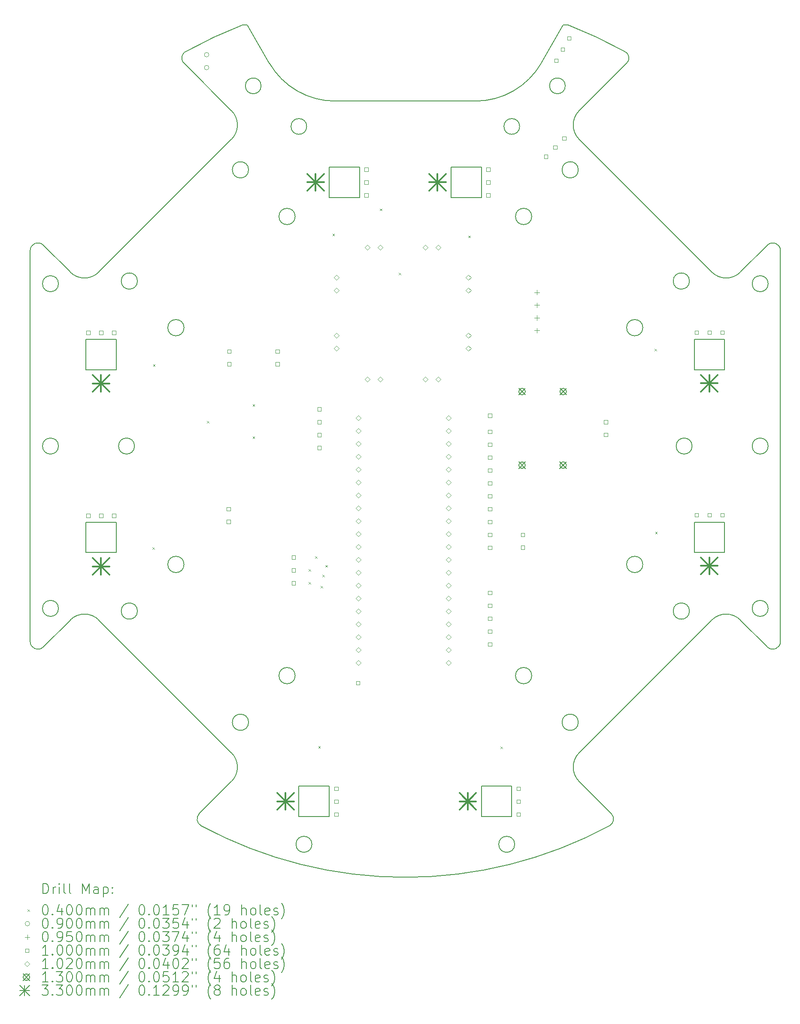
<source format=gbr>
%TF.GenerationSoftware,KiCad,Pcbnew,7.0.9*%
%TF.CreationDate,2024-01-03T16:13:30+08:00*%
%TF.ProjectId,bottom-rounded,626f7474-6f6d-42d7-926f-756e6465642e,rev?*%
%TF.SameCoordinates,Original*%
%TF.FileFunction,Drillmap*%
%TF.FilePolarity,Positive*%
%FSLAX45Y45*%
G04 Gerber Fmt 4.5, Leading zero omitted, Abs format (unit mm)*
G04 Created by KiCad (PCBNEW 7.0.9) date 2024-01-03 16:13:30*
%MOMM*%
%LPD*%
G01*
G04 APERTURE LIST*
%ADD10C,0.200000*%
%ADD11C,0.100000*%
%ADD12C,0.102000*%
%ADD13C,0.130000*%
%ADD14C,0.330000*%
G04 APERTURE END LIST*
D10*
X12429468Y-3388551D02*
G75*
G03*
X12429468Y-3954237I282842J-282843D01*
G01*
X16143933Y-13961955D02*
G75*
G03*
X16400000Y-13855887I106067J106065D01*
G01*
X1856066Y-13961953D02*
X2388552Y-13429468D01*
X2700000Y-12100000D02*
X2700000Y-11500000D01*
X11493452Y-5474517D02*
G75*
G03*
X11493452Y-5474517I-160000J0D01*
G01*
X3657500Y-10000000D02*
G75*
G03*
X3657500Y-10000000I-157500J0D01*
G01*
X16143934Y-6038046D02*
X15611448Y-6570532D01*
X9900000Y-5100000D02*
X9900000Y-4500000D01*
X2700000Y-7900000D02*
X3300000Y-7900000D01*
X2388552Y-6570532D02*
G75*
G03*
X2954237Y-6570532I282843J282843D01*
G01*
X13064206Y-17246187D02*
X12429468Y-16611448D01*
X11100000Y-16700000D02*
X11100000Y-17300000D01*
X15611448Y-13429468D02*
G75*
G03*
X15045763Y-13429468I-282843J-282843D01*
G01*
X4598943Y-2300954D02*
X4607392Y-2281976D01*
X4619007Y-2264334D01*
X4624407Y-2257982D01*
X14657500Y-10000000D02*
G75*
G03*
X14657500Y-10000000I-157500J0D01*
G01*
X14604722Y-6747309D02*
G75*
G03*
X14604722Y-6747309I-160000J0D01*
G01*
X4641095Y-2459115D02*
X5570532Y-3388552D01*
X3715278Y-13252691D02*
G75*
G03*
X3715278Y-13252691I-160000J0D01*
G01*
X12429468Y-16045763D02*
X15045763Y-13429468D01*
X10383975Y-3200000D02*
G75*
G03*
X11683013Y-2450000I-1J1500001D01*
G01*
X4935790Y-17246184D02*
G75*
G03*
X4970755Y-17484329I106070J-106066D01*
G01*
X2700000Y-11500000D02*
X3300000Y-11500000D01*
X12429468Y-16045763D02*
G75*
G03*
X12429468Y-16611448I282844J-282843D01*
G01*
X6826548Y-5474517D02*
G75*
G03*
X6826548Y-5474517I-160000J0D01*
G01*
X3300000Y-11500000D02*
X3300000Y-12100000D01*
X6900000Y-16700000D02*
X7500000Y-16700000D01*
X16400000Y-13855887D02*
X16400000Y-6144112D01*
X2954237Y-13429468D02*
X5570532Y-16045763D01*
X12429468Y-3388552D02*
X13358905Y-2459115D01*
X13325744Y-2221958D02*
X13343216Y-2232024D01*
X13360509Y-2243984D01*
X13375239Y-2257596D01*
X13379865Y-2262930D01*
X6316987Y-2450000D02*
X5883975Y-1700000D01*
X3715278Y-6747309D02*
G75*
G03*
X3715278Y-6747309I-160000J0D01*
G01*
X16157500Y-6800000D02*
G75*
G03*
X16157500Y-6800000I-157500J0D01*
G01*
X8100000Y-4500000D02*
X8100000Y-5100000D01*
X16157500Y-10000000D02*
G75*
G03*
X16157500Y-10000000I-157500J0D01*
G01*
X14700000Y-11500000D02*
X15300000Y-11500000D01*
X2157500Y-13200000D02*
G75*
G03*
X2157500Y-13200000I-157500J0D01*
G01*
X14700000Y-7900000D02*
X15300000Y-7900000D01*
X5907309Y-4555278D02*
G75*
G03*
X5907309Y-4555278I-160000J0D01*
G01*
X4590043Y-2357973D02*
X4590887Y-2336294D01*
X4594312Y-2316542D01*
X4598943Y-2300954D01*
X15611448Y-13429468D02*
X16143934Y-13961953D01*
X4634517Y-7666548D02*
G75*
G03*
X4634517Y-7666548I-160000J0D01*
G01*
X16399998Y-6144112D02*
G75*
G03*
X16143934Y-6038046I-149998J3D01*
G01*
X7500000Y-5100000D02*
X7500000Y-4500000D01*
X6826548Y-14525483D02*
G75*
G03*
X6826548Y-14525483I-160000J0D01*
G01*
X7500000Y-4500000D02*
X8100000Y-4500000D01*
X14700000Y-12100000D02*
X14700000Y-11500000D01*
X5570532Y-3954237D02*
G75*
G03*
X5570532Y-3388552I-282844J282843D01*
G01*
X12155000Y-2900000D02*
G75*
G03*
X12155000Y-2900000I-155000J0D01*
G01*
X2954237Y-13429468D02*
G75*
G03*
X2388552Y-13429468I-282843J-282843D01*
G01*
X3300000Y-12100000D02*
X2700000Y-12100000D01*
X10500000Y-16700000D02*
X11100000Y-16700000D01*
X11255000Y-3700000D02*
G75*
G03*
X11255000Y-3700000I-155000J0D01*
G01*
X5787524Y-1700000D02*
G75*
G03*
X4674256Y-2221958I3212416J-8299870D01*
G01*
X2388552Y-6570532D02*
X1856066Y-6038046D01*
X13379865Y-2262930D02*
X13391491Y-2279936D01*
X13400004Y-2298097D01*
X13402671Y-2305725D01*
X5570532Y-16611448D02*
X4935794Y-17246187D01*
X16157500Y-13200000D02*
G75*
G03*
X16157500Y-13200000I-157500J0D01*
G01*
X13396918Y-2411112D02*
X13386378Y-2428395D01*
X13373003Y-2444611D01*
X13358905Y-2459115D01*
X10383975Y-3200000D02*
X7616025Y-3200000D01*
X15300000Y-12100000D02*
X14700000Y-12100000D01*
X6316987Y-2450000D02*
G75*
G03*
X7616025Y-3200000I1299038J749999D01*
G01*
X13685483Y-7666548D02*
G75*
G03*
X13685483Y-7666548I-160000J0D01*
G01*
X13409684Y-2363331D02*
X13406735Y-2383590D01*
X13400396Y-2403536D01*
X13396918Y-2411112D01*
X11493452Y-14525483D02*
G75*
G03*
X11493452Y-14525483I-160000J0D01*
G01*
X2157500Y-6800000D02*
G75*
G03*
X2157500Y-6800000I-157500J0D01*
G01*
X12116025Y-1700000D02*
X11683013Y-2450000D01*
X13685483Y-12333452D02*
G75*
G03*
X13685483Y-12333452I-160000J0D01*
G01*
X1856067Y-6038046D02*
G75*
G03*
X1600000Y-6144112I-106068J-106063D01*
G01*
X1600002Y-13855887D02*
G75*
G03*
X1856066Y-13961953I149998J-3D01*
G01*
X12212476Y-1700000D02*
X12116025Y-1700000D01*
X11100000Y-17300000D02*
X10500000Y-17300000D01*
X3300000Y-8500000D02*
X2700000Y-8500000D01*
X12412691Y-4555278D02*
G75*
G03*
X12412691Y-4555278I-160000J0D01*
G01*
X13325745Y-2221958D02*
G75*
G03*
X12212476Y-1700000I-4325795J-7778152D01*
G01*
X9900000Y-4500000D02*
X10500000Y-4500000D01*
X13029244Y-17484327D02*
G75*
G03*
X13064206Y-17246187I-71114J132077D01*
G01*
X7055000Y-3700000D02*
G75*
G03*
X7055000Y-3700000I-155000J0D01*
G01*
X6155000Y-2900000D02*
G75*
G03*
X6155000Y-2900000I-155000J0D01*
G01*
X1600000Y-6144112D02*
X1600000Y-13855887D01*
X7157500Y-17850000D02*
G75*
G03*
X7157500Y-17850000I-157500J0D01*
G01*
X15300000Y-7900000D02*
X15300000Y-8500000D01*
X12412691Y-15444722D02*
G75*
G03*
X12412691Y-15444722I-160000J0D01*
G01*
X4641095Y-2459115D02*
X4627037Y-2444652D01*
X4613662Y-2428445D01*
X4603209Y-2411363D01*
X4600218Y-2404983D01*
X13402671Y-2305725D02*
X13407809Y-2326926D01*
X13409911Y-2346978D01*
X13409684Y-2363331D01*
X4970755Y-17484329D02*
G75*
G03*
X13029245Y-17484329I4029245J7484330D01*
G01*
X15300000Y-8500000D02*
X14700000Y-8500000D01*
X14604722Y-13252691D02*
G75*
G03*
X14604722Y-13252691I-160000J0D01*
G01*
X4634517Y-12333452D02*
G75*
G03*
X4634517Y-12333452I-160000J0D01*
G01*
X11157500Y-17850000D02*
G75*
G03*
X11157500Y-17850000I-157500J0D01*
G01*
X2157500Y-10000000D02*
G75*
G03*
X2157500Y-10000000I-157500J0D01*
G01*
X10500000Y-17300000D02*
X10500000Y-16700000D01*
X4624407Y-2257982D02*
X4639320Y-2244116D01*
X4656675Y-2232089D01*
X4674256Y-2221958D01*
X3300000Y-7900000D02*
X3300000Y-8500000D01*
X15045763Y-6570532D02*
G75*
G03*
X15611448Y-6570532I282843J282843D01*
G01*
X8100000Y-5100000D02*
X7500000Y-5100000D01*
X5570532Y-16611449D02*
G75*
G03*
X5570532Y-16045763I-282842J282843D01*
G01*
X10500000Y-5100000D02*
X9900000Y-5100000D01*
X5907309Y-15444722D02*
G75*
G03*
X5907309Y-15444722I-160000J0D01*
G01*
X7500000Y-16700000D02*
X7500000Y-17300000D01*
X5883975Y-1700000D02*
X5787524Y-1700000D01*
X14700000Y-8500000D02*
X14700000Y-7900000D01*
X15300000Y-11500000D02*
X15300000Y-12100000D01*
X5570532Y-3954237D02*
X2954237Y-6570532D01*
X7500000Y-17300000D02*
X6900000Y-17300000D01*
X4600218Y-2404983D02*
X4593725Y-2385604D01*
X4590391Y-2364393D01*
X4590043Y-2357973D01*
X6900000Y-17300000D02*
X6900000Y-16700000D01*
X15045763Y-6570532D02*
X12429468Y-3954237D01*
X10500000Y-4500000D02*
X10500000Y-5100000D01*
X2700000Y-8500000D02*
X2700000Y-7900000D01*
D11*
X4013520Y-11994200D02*
X4053520Y-12034200D01*
X4053520Y-11994200D02*
X4013520Y-12034200D01*
X4023680Y-8387400D02*
X4063680Y-8427400D01*
X4063680Y-8387400D02*
X4023680Y-8427400D01*
X5085400Y-9505000D02*
X5125400Y-9545000D01*
X5125400Y-9505000D02*
X5085400Y-9545000D01*
X5987100Y-9174800D02*
X6027100Y-9214800D01*
X6027100Y-9174800D02*
X5987100Y-9214800D01*
X5987100Y-9809800D02*
X6027100Y-9849800D01*
X6027100Y-9809800D02*
X5987100Y-9849800D01*
X7092000Y-12426000D02*
X7132000Y-12466000D01*
X7132000Y-12426000D02*
X7092000Y-12466000D01*
X7092000Y-12680000D02*
X7132000Y-12720000D01*
X7132000Y-12680000D02*
X7092000Y-12720000D01*
X7219000Y-12172000D02*
X7259000Y-12212000D01*
X7259000Y-12172000D02*
X7219000Y-12212000D01*
X7282500Y-15915960D02*
X7322500Y-15955960D01*
X7322500Y-15915960D02*
X7282500Y-15955960D01*
X7329250Y-12760250D02*
X7369250Y-12800250D01*
X7369250Y-12760250D02*
X7329250Y-12800250D01*
X7361000Y-12538000D02*
X7401000Y-12578000D01*
X7401000Y-12538000D02*
X7361000Y-12578000D01*
X7424500Y-12347500D02*
X7464500Y-12387500D01*
X7464500Y-12347500D02*
X7424500Y-12387500D01*
X7561900Y-5816920D02*
X7601900Y-5856920D01*
X7601900Y-5816920D02*
X7561900Y-5856920D01*
X8499160Y-5319080D02*
X8539160Y-5359080D01*
X8539160Y-5319080D02*
X8499160Y-5359080D01*
X8870000Y-6584000D02*
X8910000Y-6624000D01*
X8910000Y-6584000D02*
X8870000Y-6624000D01*
X10241600Y-5852480D02*
X10281600Y-5892480D01*
X10281600Y-5852480D02*
X10241600Y-5892480D01*
X10876600Y-15921040D02*
X10916600Y-15961040D01*
X10916600Y-15921040D02*
X10876600Y-15961040D01*
X13914440Y-8082600D02*
X13954440Y-8122600D01*
X13954440Y-8082600D02*
X13914440Y-8122600D01*
X13929680Y-11689400D02*
X13969680Y-11729400D01*
X13969680Y-11689400D02*
X13929680Y-11729400D01*
X5125000Y-2286000D02*
G75*
G03*
X5125000Y-2286000I-45000J0D01*
G01*
X5125000Y-2540000D02*
G75*
G03*
X5125000Y-2540000I-45000J0D01*
G01*
X11595100Y-6924800D02*
X11595100Y-7019800D01*
X11547600Y-6972300D02*
X11642600Y-6972300D01*
X11595100Y-7174800D02*
X11595100Y-7269800D01*
X11547600Y-7222300D02*
X11642600Y-7222300D01*
X11595100Y-7424800D02*
X11595100Y-7519800D01*
X11547600Y-7472300D02*
X11642600Y-7472300D01*
X11595100Y-7674800D02*
X11595100Y-7769800D01*
X11547600Y-7722300D02*
X11642600Y-7722300D01*
X2778556Y-7801720D02*
X2778556Y-7731008D01*
X2707844Y-7731008D01*
X2707844Y-7801720D01*
X2778556Y-7801720D01*
X2778556Y-11408520D02*
X2778556Y-11337808D01*
X2707844Y-11337808D01*
X2707844Y-11408520D01*
X2778556Y-11408520D01*
X3032556Y-7801720D02*
X3032556Y-7731008D01*
X2961844Y-7731008D01*
X2961844Y-7801720D01*
X3032556Y-7801720D01*
X3032556Y-11408520D02*
X3032556Y-11337808D01*
X2961844Y-11337808D01*
X2961844Y-11408520D01*
X3032556Y-11408520D01*
X3286556Y-7801720D02*
X3286556Y-7731008D01*
X3215844Y-7731008D01*
X3215844Y-7801720D01*
X3286556Y-7801720D01*
X3286556Y-11408520D02*
X3286556Y-11337808D01*
X3215844Y-11337808D01*
X3215844Y-11408520D01*
X3286556Y-11408520D01*
X5548856Y-11276856D02*
X5548856Y-11206144D01*
X5478144Y-11206144D01*
X5478144Y-11276856D01*
X5548856Y-11276856D01*
X5548856Y-11526856D02*
X5548856Y-11456144D01*
X5478144Y-11456144D01*
X5478144Y-11526856D01*
X5548856Y-11526856D01*
X5559856Y-8167356D02*
X5559856Y-8096644D01*
X5489144Y-8096644D01*
X5489144Y-8167356D01*
X5559856Y-8167356D01*
X5559856Y-8417356D02*
X5559856Y-8346644D01*
X5489144Y-8346644D01*
X5489144Y-8417356D01*
X5559856Y-8417356D01*
X6512356Y-8167356D02*
X6512356Y-8096644D01*
X6441644Y-8096644D01*
X6441644Y-8167356D01*
X6512356Y-8167356D01*
X6512356Y-8417356D02*
X6512356Y-8346644D01*
X6441644Y-8346644D01*
X6441644Y-8417356D01*
X6512356Y-8417356D01*
X6829856Y-12227356D02*
X6829856Y-12156644D01*
X6759144Y-12156644D01*
X6759144Y-12227356D01*
X6829856Y-12227356D01*
X6829856Y-12481356D02*
X6829856Y-12410644D01*
X6759144Y-12410644D01*
X6759144Y-12481356D01*
X6829856Y-12481356D01*
X6829856Y-12735356D02*
X6829856Y-12664644D01*
X6759144Y-12664644D01*
X6759144Y-12735356D01*
X6829856Y-12735356D01*
X7337856Y-9306356D02*
X7337856Y-9235644D01*
X7267144Y-9235644D01*
X7267144Y-9306356D01*
X7337856Y-9306356D01*
X7337856Y-9560356D02*
X7337856Y-9489644D01*
X7267144Y-9489644D01*
X7267144Y-9560356D01*
X7337856Y-9560356D01*
X7337856Y-9814356D02*
X7337856Y-9743644D01*
X7267144Y-9743644D01*
X7267144Y-9814356D01*
X7337856Y-9814356D01*
X7337856Y-10068356D02*
X7337856Y-9997644D01*
X7267144Y-9997644D01*
X7267144Y-10068356D01*
X7337856Y-10068356D01*
X7674091Y-16786656D02*
X7674091Y-16715944D01*
X7603380Y-16715944D01*
X7603380Y-16786656D01*
X7674091Y-16786656D01*
X7674091Y-17040656D02*
X7674091Y-16969944D01*
X7603380Y-16969944D01*
X7603380Y-17040656D01*
X7674091Y-17040656D01*
X7674091Y-17294656D02*
X7674091Y-17223944D01*
X7603380Y-17223944D01*
X7603380Y-17294656D01*
X7674091Y-17294656D01*
X8099856Y-14703856D02*
X8099856Y-14633144D01*
X8029144Y-14633144D01*
X8029144Y-14703856D01*
X8099856Y-14703856D01*
X8264956Y-4581956D02*
X8264956Y-4511244D01*
X8194244Y-4511244D01*
X8194244Y-4581956D01*
X8264956Y-4581956D01*
X8264956Y-4835956D02*
X8264956Y-4765244D01*
X8194244Y-4765244D01*
X8194244Y-4835956D01*
X8264956Y-4835956D01*
X8264956Y-5089956D02*
X8264956Y-5019244D01*
X8194244Y-5019244D01*
X8194244Y-5089956D01*
X8264956Y-5089956D01*
X10671292Y-4581956D02*
X10671292Y-4511244D01*
X10600580Y-4511244D01*
X10600580Y-4581956D01*
X10671292Y-4581956D01*
X10671292Y-4835956D02*
X10671292Y-4765244D01*
X10600580Y-4765244D01*
X10600580Y-4835956D01*
X10671292Y-4835956D01*
X10671292Y-5089956D02*
X10671292Y-5019244D01*
X10600580Y-5019244D01*
X10600580Y-5089956D01*
X10671292Y-5089956D01*
X10703356Y-9433356D02*
X10703356Y-9362644D01*
X10632644Y-9362644D01*
X10632644Y-9433356D01*
X10703356Y-9433356D01*
X10703356Y-9750856D02*
X10703356Y-9680144D01*
X10632644Y-9680144D01*
X10632644Y-9750856D01*
X10703356Y-9750856D01*
X10703356Y-10004856D02*
X10703356Y-9934144D01*
X10632644Y-9934144D01*
X10632644Y-10004856D01*
X10703356Y-10004856D01*
X10703356Y-10258856D02*
X10703356Y-10188144D01*
X10632644Y-10188144D01*
X10632644Y-10258856D01*
X10703356Y-10258856D01*
X10703356Y-10512856D02*
X10703356Y-10442144D01*
X10632644Y-10442144D01*
X10632644Y-10512856D01*
X10703356Y-10512856D01*
X10703356Y-10766856D02*
X10703356Y-10696144D01*
X10632644Y-10696144D01*
X10632644Y-10766856D01*
X10703356Y-10766856D01*
X10703356Y-11020856D02*
X10703356Y-10950144D01*
X10632644Y-10950144D01*
X10632644Y-11020856D01*
X10703356Y-11020856D01*
X10703356Y-11274856D02*
X10703356Y-11204144D01*
X10632644Y-11204144D01*
X10632644Y-11274856D01*
X10703356Y-11274856D01*
X10703356Y-11528856D02*
X10703356Y-11458144D01*
X10632644Y-11458144D01*
X10632644Y-11528856D01*
X10703356Y-11528856D01*
X10703356Y-11782856D02*
X10703356Y-11712144D01*
X10632644Y-11712144D01*
X10632644Y-11782856D01*
X10703356Y-11782856D01*
X10703356Y-12036856D02*
X10703356Y-11966144D01*
X10632644Y-11966144D01*
X10632644Y-12036856D01*
X10703356Y-12036856D01*
X10703356Y-12925856D02*
X10703356Y-12855144D01*
X10632644Y-12855144D01*
X10632644Y-12925856D01*
X10703356Y-12925856D01*
X10703356Y-13179856D02*
X10703356Y-13109144D01*
X10632644Y-13109144D01*
X10632644Y-13179856D01*
X10703356Y-13179856D01*
X10703356Y-13433856D02*
X10703356Y-13363144D01*
X10632644Y-13363144D01*
X10632644Y-13433856D01*
X10703356Y-13433856D01*
X10703356Y-13687856D02*
X10703356Y-13617144D01*
X10632644Y-13617144D01*
X10632644Y-13687856D01*
X10703356Y-13687856D01*
X10703356Y-13941856D02*
X10703356Y-13871144D01*
X10632644Y-13871144D01*
X10632644Y-13941856D01*
X10703356Y-13941856D01*
X11268191Y-16786656D02*
X11268191Y-16715944D01*
X11197480Y-16715944D01*
X11197480Y-16786656D01*
X11268191Y-16786656D01*
X11268191Y-17040656D02*
X11268191Y-16969944D01*
X11197480Y-16969944D01*
X11197480Y-17040656D01*
X11268191Y-17040656D01*
X11268191Y-17294656D02*
X11268191Y-17223944D01*
X11197480Y-17223944D01*
X11197480Y-17294656D01*
X11268191Y-17294656D01*
X11349356Y-11784856D02*
X11349356Y-11714144D01*
X11278644Y-11714144D01*
X11278644Y-11784856D01*
X11349356Y-11784856D01*
X11349356Y-12034856D02*
X11349356Y-11964144D01*
X11278644Y-11964144D01*
X11278644Y-12034856D01*
X11349356Y-12034856D01*
X11810214Y-4327987D02*
X11810214Y-4257275D01*
X11739502Y-4257275D01*
X11739502Y-4327987D01*
X11810214Y-4327987D01*
X11989819Y-4148381D02*
X11989819Y-4077670D01*
X11919108Y-4077670D01*
X11919108Y-4148381D01*
X11989819Y-4148381D01*
X12011456Y-2439089D02*
X12011456Y-2368377D01*
X11940744Y-2368377D01*
X11940744Y-2439089D01*
X12011456Y-2439089D01*
X12138456Y-2219118D02*
X12138456Y-2148407D01*
X12067744Y-2148407D01*
X12067744Y-2219118D01*
X12138456Y-2219118D01*
X12169424Y-3968776D02*
X12169424Y-3898065D01*
X12098713Y-3898065D01*
X12098713Y-3968776D01*
X12169424Y-3968776D01*
X12265456Y-1999148D02*
X12265456Y-1928436D01*
X12194744Y-1928436D01*
X12194744Y-1999148D01*
X12265456Y-1999148D01*
X12989356Y-9560356D02*
X12989356Y-9489644D01*
X12918644Y-9489644D01*
X12918644Y-9560356D01*
X12989356Y-9560356D01*
X12989356Y-9810356D02*
X12989356Y-9739644D01*
X12918644Y-9739644D01*
X12918644Y-9810356D01*
X12989356Y-9810356D01*
X14780056Y-7798356D02*
X14780056Y-7727644D01*
X14709344Y-7727644D01*
X14709344Y-7798356D01*
X14780056Y-7798356D01*
X14780056Y-11395820D02*
X14780056Y-11325108D01*
X14709344Y-11325108D01*
X14709344Y-11395820D01*
X14780056Y-11395820D01*
X15034056Y-7798356D02*
X15034056Y-7727644D01*
X14963344Y-7727644D01*
X14963344Y-7798356D01*
X15034056Y-7798356D01*
X15034056Y-11395820D02*
X15034056Y-11325108D01*
X14963344Y-11325108D01*
X14963344Y-11395820D01*
X15034056Y-11395820D01*
X15288056Y-7798356D02*
X15288056Y-7727644D01*
X15217344Y-7727644D01*
X15217344Y-7798356D01*
X15288056Y-7798356D01*
X15288056Y-11395820D02*
X15288056Y-11325108D01*
X15217344Y-11325108D01*
X15217344Y-11395820D01*
X15288056Y-11395820D01*
D12*
X7645400Y-6731200D02*
X7696400Y-6680200D01*
X7645400Y-6629200D01*
X7594400Y-6680200D01*
X7645400Y-6731200D01*
X7645400Y-6985200D02*
X7696400Y-6934200D01*
X7645400Y-6883200D01*
X7594400Y-6934200D01*
X7645400Y-6985200D01*
X7645400Y-7874200D02*
X7696400Y-7823200D01*
X7645400Y-7772200D01*
X7594400Y-7823200D01*
X7645400Y-7874200D01*
X7645400Y-8128200D02*
X7696400Y-8077200D01*
X7645400Y-8026200D01*
X7594400Y-8077200D01*
X7645400Y-8128200D01*
X8075000Y-9493000D02*
X8126000Y-9442000D01*
X8075000Y-9391000D01*
X8024000Y-9442000D01*
X8075000Y-9493000D01*
X8075000Y-9747000D02*
X8126000Y-9696000D01*
X8075000Y-9645000D01*
X8024000Y-9696000D01*
X8075000Y-9747000D01*
X8075000Y-10001000D02*
X8126000Y-9950000D01*
X8075000Y-9899000D01*
X8024000Y-9950000D01*
X8075000Y-10001000D01*
X8075000Y-10255000D02*
X8126000Y-10204000D01*
X8075000Y-10153000D01*
X8024000Y-10204000D01*
X8075000Y-10255000D01*
X8075000Y-10509000D02*
X8126000Y-10458000D01*
X8075000Y-10407000D01*
X8024000Y-10458000D01*
X8075000Y-10509000D01*
X8075000Y-10763000D02*
X8126000Y-10712000D01*
X8075000Y-10661000D01*
X8024000Y-10712000D01*
X8075000Y-10763000D01*
X8075000Y-11017000D02*
X8126000Y-10966000D01*
X8075000Y-10915000D01*
X8024000Y-10966000D01*
X8075000Y-11017000D01*
X8075000Y-11271000D02*
X8126000Y-11220000D01*
X8075000Y-11169000D01*
X8024000Y-11220000D01*
X8075000Y-11271000D01*
X8075000Y-11525000D02*
X8126000Y-11474000D01*
X8075000Y-11423000D01*
X8024000Y-11474000D01*
X8075000Y-11525000D01*
X8075000Y-11779000D02*
X8126000Y-11728000D01*
X8075000Y-11677000D01*
X8024000Y-11728000D01*
X8075000Y-11779000D01*
X8075000Y-12033000D02*
X8126000Y-11982000D01*
X8075000Y-11931000D01*
X8024000Y-11982000D01*
X8075000Y-12033000D01*
X8075000Y-12287000D02*
X8126000Y-12236000D01*
X8075000Y-12185000D01*
X8024000Y-12236000D01*
X8075000Y-12287000D01*
X8075000Y-12541000D02*
X8126000Y-12490000D01*
X8075000Y-12439000D01*
X8024000Y-12490000D01*
X8075000Y-12541000D01*
X8075000Y-12795000D02*
X8126000Y-12744000D01*
X8075000Y-12693000D01*
X8024000Y-12744000D01*
X8075000Y-12795000D01*
X8075000Y-13049000D02*
X8126000Y-12998000D01*
X8075000Y-12947000D01*
X8024000Y-12998000D01*
X8075000Y-13049000D01*
X8075000Y-13303000D02*
X8126000Y-13252000D01*
X8075000Y-13201000D01*
X8024000Y-13252000D01*
X8075000Y-13303000D01*
X8075000Y-13557000D02*
X8126000Y-13506000D01*
X8075000Y-13455000D01*
X8024000Y-13506000D01*
X8075000Y-13557000D01*
X8075000Y-13811000D02*
X8126000Y-13760000D01*
X8075000Y-13709000D01*
X8024000Y-13760000D01*
X8075000Y-13811000D01*
X8075000Y-14065000D02*
X8126000Y-14014000D01*
X8075000Y-13963000D01*
X8024000Y-14014000D01*
X8075000Y-14065000D01*
X8075000Y-14319000D02*
X8126000Y-14268000D01*
X8075000Y-14217000D01*
X8024000Y-14268000D01*
X8075000Y-14319000D01*
X8255373Y-6135086D02*
X8306373Y-6084086D01*
X8255373Y-6033086D01*
X8204373Y-6084086D01*
X8255373Y-6135086D01*
X8255373Y-8735086D02*
X8306373Y-8684086D01*
X8255373Y-8633086D01*
X8204373Y-8684086D01*
X8255373Y-8735086D01*
X8509373Y-6135086D02*
X8560373Y-6084086D01*
X8509373Y-6033086D01*
X8458373Y-6084086D01*
X8509373Y-6135086D01*
X8509373Y-8735086D02*
X8560373Y-8684086D01*
X8509373Y-8633086D01*
X8458373Y-8684086D01*
X8509373Y-8735086D01*
X9398373Y-6135086D02*
X9449373Y-6084086D01*
X9398373Y-6033086D01*
X9347373Y-6084086D01*
X9398373Y-6135086D01*
X9398373Y-8735086D02*
X9449373Y-8684086D01*
X9398373Y-8633086D01*
X9347373Y-8684086D01*
X9398373Y-8735086D01*
X9652373Y-6135086D02*
X9703373Y-6084086D01*
X9652373Y-6033086D01*
X9601373Y-6084086D01*
X9652373Y-6135086D01*
X9652373Y-8735086D02*
X9703373Y-8684086D01*
X9652373Y-8633086D01*
X9601373Y-8684086D01*
X9652373Y-8735086D01*
X9853000Y-9493000D02*
X9904000Y-9442000D01*
X9853000Y-9391000D01*
X9802000Y-9442000D01*
X9853000Y-9493000D01*
X9853000Y-9747000D02*
X9904000Y-9696000D01*
X9853000Y-9645000D01*
X9802000Y-9696000D01*
X9853000Y-9747000D01*
X9853000Y-10001000D02*
X9904000Y-9950000D01*
X9853000Y-9899000D01*
X9802000Y-9950000D01*
X9853000Y-10001000D01*
X9853000Y-10255000D02*
X9904000Y-10204000D01*
X9853000Y-10153000D01*
X9802000Y-10204000D01*
X9853000Y-10255000D01*
X9853000Y-10509000D02*
X9904000Y-10458000D01*
X9853000Y-10407000D01*
X9802000Y-10458000D01*
X9853000Y-10509000D01*
X9853000Y-10763000D02*
X9904000Y-10712000D01*
X9853000Y-10661000D01*
X9802000Y-10712000D01*
X9853000Y-10763000D01*
X9853000Y-11017000D02*
X9904000Y-10966000D01*
X9853000Y-10915000D01*
X9802000Y-10966000D01*
X9853000Y-11017000D01*
X9853000Y-11271000D02*
X9904000Y-11220000D01*
X9853000Y-11169000D01*
X9802000Y-11220000D01*
X9853000Y-11271000D01*
X9853000Y-11525000D02*
X9904000Y-11474000D01*
X9853000Y-11423000D01*
X9802000Y-11474000D01*
X9853000Y-11525000D01*
X9853000Y-11779000D02*
X9904000Y-11728000D01*
X9853000Y-11677000D01*
X9802000Y-11728000D01*
X9853000Y-11779000D01*
X9853000Y-12033000D02*
X9904000Y-11982000D01*
X9853000Y-11931000D01*
X9802000Y-11982000D01*
X9853000Y-12033000D01*
X9853000Y-12287000D02*
X9904000Y-12236000D01*
X9853000Y-12185000D01*
X9802000Y-12236000D01*
X9853000Y-12287000D01*
X9853000Y-12541000D02*
X9904000Y-12490000D01*
X9853000Y-12439000D01*
X9802000Y-12490000D01*
X9853000Y-12541000D01*
X9853000Y-12795000D02*
X9904000Y-12744000D01*
X9853000Y-12693000D01*
X9802000Y-12744000D01*
X9853000Y-12795000D01*
X9853000Y-13049000D02*
X9904000Y-12998000D01*
X9853000Y-12947000D01*
X9802000Y-12998000D01*
X9853000Y-13049000D01*
X9853000Y-13303000D02*
X9904000Y-13252000D01*
X9853000Y-13201000D01*
X9802000Y-13252000D01*
X9853000Y-13303000D01*
X9853000Y-13557000D02*
X9904000Y-13506000D01*
X9853000Y-13455000D01*
X9802000Y-13506000D01*
X9853000Y-13557000D01*
X9853000Y-13811000D02*
X9904000Y-13760000D01*
X9853000Y-13709000D01*
X9802000Y-13760000D01*
X9853000Y-13811000D01*
X9853000Y-14065000D02*
X9904000Y-14014000D01*
X9853000Y-13963000D01*
X9802000Y-14014000D01*
X9853000Y-14065000D01*
X9853000Y-14319000D02*
X9904000Y-14268000D01*
X9853000Y-14217000D01*
X9802000Y-14268000D01*
X9853000Y-14319000D01*
X10245400Y-6731200D02*
X10296400Y-6680200D01*
X10245400Y-6629200D01*
X10194400Y-6680200D01*
X10245400Y-6731200D01*
X10245400Y-6985200D02*
X10296400Y-6934200D01*
X10245400Y-6883200D01*
X10194400Y-6934200D01*
X10245400Y-6985200D01*
X10245400Y-7874200D02*
X10296400Y-7823200D01*
X10245400Y-7772200D01*
X10194400Y-7823200D01*
X10245400Y-7874200D01*
X10245400Y-8128200D02*
X10296400Y-8077200D01*
X10245400Y-8026200D01*
X10194400Y-8077200D01*
X10245400Y-8128200D01*
D13*
X11238000Y-8861204D02*
X11368000Y-8991204D01*
X11368000Y-8861204D02*
X11238000Y-8991204D01*
X11368000Y-8926204D02*
G75*
G03*
X11368000Y-8926204I-65000J0D01*
G01*
X11238000Y-10311204D02*
X11368000Y-10441204D01*
X11368000Y-10311204D02*
X11238000Y-10441204D01*
X11368000Y-10376204D02*
G75*
G03*
X11368000Y-10376204I-65000J0D01*
G01*
X12048000Y-10311204D02*
X12178000Y-10441204D01*
X12178000Y-10311204D02*
X12048000Y-10441204D01*
X12178000Y-10376204D02*
G75*
G03*
X12178000Y-10376204I-65000J0D01*
G01*
X12049220Y-8861204D02*
X12179220Y-8991204D01*
X12179220Y-8861204D02*
X12049220Y-8991204D01*
X12179220Y-8926204D02*
G75*
G03*
X12179220Y-8926204I-65000J0D01*
G01*
D14*
X2832200Y-8601364D02*
X3162200Y-8931364D01*
X3162200Y-8601364D02*
X2832200Y-8931364D01*
X2997200Y-8601364D02*
X2997200Y-8931364D01*
X2832200Y-8766364D02*
X3162200Y-8766364D01*
X2832200Y-12208164D02*
X3162200Y-12538164D01*
X3162200Y-12208164D02*
X2832200Y-12538164D01*
X2997200Y-12208164D02*
X2997200Y-12538164D01*
X2832200Y-12373164D02*
X3162200Y-12373164D01*
X6473736Y-16840300D02*
X6803736Y-17170300D01*
X6803736Y-16840300D02*
X6473736Y-17170300D01*
X6638736Y-16840300D02*
X6638736Y-17170300D01*
X6473736Y-17005300D02*
X6803736Y-17005300D01*
X7064600Y-4635600D02*
X7394600Y-4965600D01*
X7394600Y-4635600D02*
X7064600Y-4965600D01*
X7229600Y-4635600D02*
X7229600Y-4965600D01*
X7064600Y-4800600D02*
X7394600Y-4800600D01*
X9470936Y-4635600D02*
X9800936Y-4965600D01*
X9800936Y-4635600D02*
X9470936Y-4965600D01*
X9635936Y-4635600D02*
X9635936Y-4965600D01*
X9470936Y-4800600D02*
X9800936Y-4800600D01*
X10067836Y-16840300D02*
X10397836Y-17170300D01*
X10397836Y-16840300D02*
X10067836Y-17170300D01*
X10232836Y-16840300D02*
X10232836Y-17170300D01*
X10067836Y-17005300D02*
X10397836Y-17005300D01*
X14833700Y-8598000D02*
X15163700Y-8928000D01*
X15163700Y-8598000D02*
X14833700Y-8928000D01*
X14998700Y-8598000D02*
X14998700Y-8928000D01*
X14833700Y-8763000D02*
X15163700Y-8763000D01*
X14833700Y-12195464D02*
X15163700Y-12525464D01*
X15163700Y-12195464D02*
X14833700Y-12525464D01*
X14998700Y-12195464D02*
X14998700Y-12525464D01*
X14833700Y-12360464D02*
X15163700Y-12360464D01*
D10*
X1850777Y-18821484D02*
X1850777Y-18621484D01*
X1850777Y-18621484D02*
X1898396Y-18621484D01*
X1898396Y-18621484D02*
X1926967Y-18631008D01*
X1926967Y-18631008D02*
X1946015Y-18650055D01*
X1946015Y-18650055D02*
X1955539Y-18669103D01*
X1955539Y-18669103D02*
X1965062Y-18707198D01*
X1965062Y-18707198D02*
X1965062Y-18735770D01*
X1965062Y-18735770D02*
X1955539Y-18773865D01*
X1955539Y-18773865D02*
X1946015Y-18792912D01*
X1946015Y-18792912D02*
X1926967Y-18811960D01*
X1926967Y-18811960D02*
X1898396Y-18821484D01*
X1898396Y-18821484D02*
X1850777Y-18821484D01*
X2050777Y-18821484D02*
X2050777Y-18688150D01*
X2050777Y-18726246D02*
X2060301Y-18707198D01*
X2060301Y-18707198D02*
X2069824Y-18697674D01*
X2069824Y-18697674D02*
X2088872Y-18688150D01*
X2088872Y-18688150D02*
X2107920Y-18688150D01*
X2174586Y-18821484D02*
X2174586Y-18688150D01*
X2174586Y-18621484D02*
X2165063Y-18631008D01*
X2165063Y-18631008D02*
X2174586Y-18640531D01*
X2174586Y-18640531D02*
X2184110Y-18631008D01*
X2184110Y-18631008D02*
X2174586Y-18621484D01*
X2174586Y-18621484D02*
X2174586Y-18640531D01*
X2298396Y-18821484D02*
X2279348Y-18811960D01*
X2279348Y-18811960D02*
X2269824Y-18792912D01*
X2269824Y-18792912D02*
X2269824Y-18621484D01*
X2403158Y-18821484D02*
X2384110Y-18811960D01*
X2384110Y-18811960D02*
X2374586Y-18792912D01*
X2374586Y-18792912D02*
X2374586Y-18621484D01*
X2631729Y-18821484D02*
X2631729Y-18621484D01*
X2631729Y-18621484D02*
X2698396Y-18764341D01*
X2698396Y-18764341D02*
X2765063Y-18621484D01*
X2765063Y-18621484D02*
X2765063Y-18821484D01*
X2946015Y-18821484D02*
X2946015Y-18716722D01*
X2946015Y-18716722D02*
X2936491Y-18697674D01*
X2936491Y-18697674D02*
X2917443Y-18688150D01*
X2917443Y-18688150D02*
X2879348Y-18688150D01*
X2879348Y-18688150D02*
X2860301Y-18697674D01*
X2946015Y-18811960D02*
X2926967Y-18821484D01*
X2926967Y-18821484D02*
X2879348Y-18821484D01*
X2879348Y-18821484D02*
X2860301Y-18811960D01*
X2860301Y-18811960D02*
X2850777Y-18792912D01*
X2850777Y-18792912D02*
X2850777Y-18773865D01*
X2850777Y-18773865D02*
X2860301Y-18754817D01*
X2860301Y-18754817D02*
X2879348Y-18745293D01*
X2879348Y-18745293D02*
X2926967Y-18745293D01*
X2926967Y-18745293D02*
X2946015Y-18735770D01*
X3041253Y-18688150D02*
X3041253Y-18888150D01*
X3041253Y-18697674D02*
X3060301Y-18688150D01*
X3060301Y-18688150D02*
X3098396Y-18688150D01*
X3098396Y-18688150D02*
X3117443Y-18697674D01*
X3117443Y-18697674D02*
X3126967Y-18707198D01*
X3126967Y-18707198D02*
X3136491Y-18726246D01*
X3136491Y-18726246D02*
X3136491Y-18783389D01*
X3136491Y-18783389D02*
X3126967Y-18802436D01*
X3126967Y-18802436D02*
X3117443Y-18811960D01*
X3117443Y-18811960D02*
X3098396Y-18821484D01*
X3098396Y-18821484D02*
X3060301Y-18821484D01*
X3060301Y-18821484D02*
X3041253Y-18811960D01*
X3222205Y-18802436D02*
X3231729Y-18811960D01*
X3231729Y-18811960D02*
X3222205Y-18821484D01*
X3222205Y-18821484D02*
X3212682Y-18811960D01*
X3212682Y-18811960D02*
X3222205Y-18802436D01*
X3222205Y-18802436D02*
X3222205Y-18821484D01*
X3222205Y-18697674D02*
X3231729Y-18707198D01*
X3231729Y-18707198D02*
X3222205Y-18716722D01*
X3222205Y-18716722D02*
X3212682Y-18707198D01*
X3212682Y-18707198D02*
X3222205Y-18697674D01*
X3222205Y-18697674D02*
X3222205Y-18716722D01*
D11*
X1550000Y-19130000D02*
X1590000Y-19170000D01*
X1590000Y-19130000D02*
X1550000Y-19170000D01*
D10*
X1888872Y-19041484D02*
X1907920Y-19041484D01*
X1907920Y-19041484D02*
X1926967Y-19051008D01*
X1926967Y-19051008D02*
X1936491Y-19060531D01*
X1936491Y-19060531D02*
X1946015Y-19079579D01*
X1946015Y-19079579D02*
X1955539Y-19117674D01*
X1955539Y-19117674D02*
X1955539Y-19165293D01*
X1955539Y-19165293D02*
X1946015Y-19203389D01*
X1946015Y-19203389D02*
X1936491Y-19222436D01*
X1936491Y-19222436D02*
X1926967Y-19231960D01*
X1926967Y-19231960D02*
X1907920Y-19241484D01*
X1907920Y-19241484D02*
X1888872Y-19241484D01*
X1888872Y-19241484D02*
X1869824Y-19231960D01*
X1869824Y-19231960D02*
X1860301Y-19222436D01*
X1860301Y-19222436D02*
X1850777Y-19203389D01*
X1850777Y-19203389D02*
X1841253Y-19165293D01*
X1841253Y-19165293D02*
X1841253Y-19117674D01*
X1841253Y-19117674D02*
X1850777Y-19079579D01*
X1850777Y-19079579D02*
X1860301Y-19060531D01*
X1860301Y-19060531D02*
X1869824Y-19051008D01*
X1869824Y-19051008D02*
X1888872Y-19041484D01*
X2041253Y-19222436D02*
X2050777Y-19231960D01*
X2050777Y-19231960D02*
X2041253Y-19241484D01*
X2041253Y-19241484D02*
X2031729Y-19231960D01*
X2031729Y-19231960D02*
X2041253Y-19222436D01*
X2041253Y-19222436D02*
X2041253Y-19241484D01*
X2222205Y-19108150D02*
X2222205Y-19241484D01*
X2174586Y-19031960D02*
X2126967Y-19174817D01*
X2126967Y-19174817D02*
X2250777Y-19174817D01*
X2365063Y-19041484D02*
X2384110Y-19041484D01*
X2384110Y-19041484D02*
X2403158Y-19051008D01*
X2403158Y-19051008D02*
X2412682Y-19060531D01*
X2412682Y-19060531D02*
X2422205Y-19079579D01*
X2422205Y-19079579D02*
X2431729Y-19117674D01*
X2431729Y-19117674D02*
X2431729Y-19165293D01*
X2431729Y-19165293D02*
X2422205Y-19203389D01*
X2422205Y-19203389D02*
X2412682Y-19222436D01*
X2412682Y-19222436D02*
X2403158Y-19231960D01*
X2403158Y-19231960D02*
X2384110Y-19241484D01*
X2384110Y-19241484D02*
X2365063Y-19241484D01*
X2365063Y-19241484D02*
X2346015Y-19231960D01*
X2346015Y-19231960D02*
X2336491Y-19222436D01*
X2336491Y-19222436D02*
X2326967Y-19203389D01*
X2326967Y-19203389D02*
X2317444Y-19165293D01*
X2317444Y-19165293D02*
X2317444Y-19117674D01*
X2317444Y-19117674D02*
X2326967Y-19079579D01*
X2326967Y-19079579D02*
X2336491Y-19060531D01*
X2336491Y-19060531D02*
X2346015Y-19051008D01*
X2346015Y-19051008D02*
X2365063Y-19041484D01*
X2555539Y-19041484D02*
X2574586Y-19041484D01*
X2574586Y-19041484D02*
X2593634Y-19051008D01*
X2593634Y-19051008D02*
X2603158Y-19060531D01*
X2603158Y-19060531D02*
X2612682Y-19079579D01*
X2612682Y-19079579D02*
X2622205Y-19117674D01*
X2622205Y-19117674D02*
X2622205Y-19165293D01*
X2622205Y-19165293D02*
X2612682Y-19203389D01*
X2612682Y-19203389D02*
X2603158Y-19222436D01*
X2603158Y-19222436D02*
X2593634Y-19231960D01*
X2593634Y-19231960D02*
X2574586Y-19241484D01*
X2574586Y-19241484D02*
X2555539Y-19241484D01*
X2555539Y-19241484D02*
X2536491Y-19231960D01*
X2536491Y-19231960D02*
X2526967Y-19222436D01*
X2526967Y-19222436D02*
X2517444Y-19203389D01*
X2517444Y-19203389D02*
X2507920Y-19165293D01*
X2507920Y-19165293D02*
X2507920Y-19117674D01*
X2507920Y-19117674D02*
X2517444Y-19079579D01*
X2517444Y-19079579D02*
X2526967Y-19060531D01*
X2526967Y-19060531D02*
X2536491Y-19051008D01*
X2536491Y-19051008D02*
X2555539Y-19041484D01*
X2707920Y-19241484D02*
X2707920Y-19108150D01*
X2707920Y-19127198D02*
X2717444Y-19117674D01*
X2717444Y-19117674D02*
X2736491Y-19108150D01*
X2736491Y-19108150D02*
X2765063Y-19108150D01*
X2765063Y-19108150D02*
X2784110Y-19117674D01*
X2784110Y-19117674D02*
X2793634Y-19136722D01*
X2793634Y-19136722D02*
X2793634Y-19241484D01*
X2793634Y-19136722D02*
X2803158Y-19117674D01*
X2803158Y-19117674D02*
X2822205Y-19108150D01*
X2822205Y-19108150D02*
X2850777Y-19108150D01*
X2850777Y-19108150D02*
X2869824Y-19117674D01*
X2869824Y-19117674D02*
X2879348Y-19136722D01*
X2879348Y-19136722D02*
X2879348Y-19241484D01*
X2974586Y-19241484D02*
X2974586Y-19108150D01*
X2974586Y-19127198D02*
X2984110Y-19117674D01*
X2984110Y-19117674D02*
X3003158Y-19108150D01*
X3003158Y-19108150D02*
X3031729Y-19108150D01*
X3031729Y-19108150D02*
X3050777Y-19117674D01*
X3050777Y-19117674D02*
X3060301Y-19136722D01*
X3060301Y-19136722D02*
X3060301Y-19241484D01*
X3060301Y-19136722D02*
X3069824Y-19117674D01*
X3069824Y-19117674D02*
X3088872Y-19108150D01*
X3088872Y-19108150D02*
X3117443Y-19108150D01*
X3117443Y-19108150D02*
X3136491Y-19117674D01*
X3136491Y-19117674D02*
X3146015Y-19136722D01*
X3146015Y-19136722D02*
X3146015Y-19241484D01*
X3536491Y-19031960D02*
X3365063Y-19289103D01*
X3793634Y-19041484D02*
X3812682Y-19041484D01*
X3812682Y-19041484D02*
X3831729Y-19051008D01*
X3831729Y-19051008D02*
X3841253Y-19060531D01*
X3841253Y-19060531D02*
X3850777Y-19079579D01*
X3850777Y-19079579D02*
X3860301Y-19117674D01*
X3860301Y-19117674D02*
X3860301Y-19165293D01*
X3860301Y-19165293D02*
X3850777Y-19203389D01*
X3850777Y-19203389D02*
X3841253Y-19222436D01*
X3841253Y-19222436D02*
X3831729Y-19231960D01*
X3831729Y-19231960D02*
X3812682Y-19241484D01*
X3812682Y-19241484D02*
X3793634Y-19241484D01*
X3793634Y-19241484D02*
X3774586Y-19231960D01*
X3774586Y-19231960D02*
X3765063Y-19222436D01*
X3765063Y-19222436D02*
X3755539Y-19203389D01*
X3755539Y-19203389D02*
X3746015Y-19165293D01*
X3746015Y-19165293D02*
X3746015Y-19117674D01*
X3746015Y-19117674D02*
X3755539Y-19079579D01*
X3755539Y-19079579D02*
X3765063Y-19060531D01*
X3765063Y-19060531D02*
X3774586Y-19051008D01*
X3774586Y-19051008D02*
X3793634Y-19041484D01*
X3946015Y-19222436D02*
X3955539Y-19231960D01*
X3955539Y-19231960D02*
X3946015Y-19241484D01*
X3946015Y-19241484D02*
X3936491Y-19231960D01*
X3936491Y-19231960D02*
X3946015Y-19222436D01*
X3946015Y-19222436D02*
X3946015Y-19241484D01*
X4079348Y-19041484D02*
X4098396Y-19041484D01*
X4098396Y-19041484D02*
X4117444Y-19051008D01*
X4117444Y-19051008D02*
X4126967Y-19060531D01*
X4126967Y-19060531D02*
X4136491Y-19079579D01*
X4136491Y-19079579D02*
X4146015Y-19117674D01*
X4146015Y-19117674D02*
X4146015Y-19165293D01*
X4146015Y-19165293D02*
X4136491Y-19203389D01*
X4136491Y-19203389D02*
X4126967Y-19222436D01*
X4126967Y-19222436D02*
X4117444Y-19231960D01*
X4117444Y-19231960D02*
X4098396Y-19241484D01*
X4098396Y-19241484D02*
X4079348Y-19241484D01*
X4079348Y-19241484D02*
X4060301Y-19231960D01*
X4060301Y-19231960D02*
X4050777Y-19222436D01*
X4050777Y-19222436D02*
X4041253Y-19203389D01*
X4041253Y-19203389D02*
X4031729Y-19165293D01*
X4031729Y-19165293D02*
X4031729Y-19117674D01*
X4031729Y-19117674D02*
X4041253Y-19079579D01*
X4041253Y-19079579D02*
X4050777Y-19060531D01*
X4050777Y-19060531D02*
X4060301Y-19051008D01*
X4060301Y-19051008D02*
X4079348Y-19041484D01*
X4336491Y-19241484D02*
X4222206Y-19241484D01*
X4279348Y-19241484D02*
X4279348Y-19041484D01*
X4279348Y-19041484D02*
X4260301Y-19070055D01*
X4260301Y-19070055D02*
X4241253Y-19089103D01*
X4241253Y-19089103D02*
X4222206Y-19098627D01*
X4517444Y-19041484D02*
X4422206Y-19041484D01*
X4422206Y-19041484D02*
X4412682Y-19136722D01*
X4412682Y-19136722D02*
X4422206Y-19127198D01*
X4422206Y-19127198D02*
X4441253Y-19117674D01*
X4441253Y-19117674D02*
X4488872Y-19117674D01*
X4488872Y-19117674D02*
X4507920Y-19127198D01*
X4507920Y-19127198D02*
X4517444Y-19136722D01*
X4517444Y-19136722D02*
X4526968Y-19155770D01*
X4526968Y-19155770D02*
X4526968Y-19203389D01*
X4526968Y-19203389D02*
X4517444Y-19222436D01*
X4517444Y-19222436D02*
X4507920Y-19231960D01*
X4507920Y-19231960D02*
X4488872Y-19241484D01*
X4488872Y-19241484D02*
X4441253Y-19241484D01*
X4441253Y-19241484D02*
X4422206Y-19231960D01*
X4422206Y-19231960D02*
X4412682Y-19222436D01*
X4593634Y-19041484D02*
X4726968Y-19041484D01*
X4726968Y-19041484D02*
X4641253Y-19241484D01*
X4793634Y-19041484D02*
X4793634Y-19079579D01*
X4869825Y-19041484D02*
X4869825Y-19079579D01*
X5165063Y-19317674D02*
X5155539Y-19308150D01*
X5155539Y-19308150D02*
X5136491Y-19279579D01*
X5136491Y-19279579D02*
X5126968Y-19260531D01*
X5126968Y-19260531D02*
X5117444Y-19231960D01*
X5117444Y-19231960D02*
X5107920Y-19184341D01*
X5107920Y-19184341D02*
X5107920Y-19146246D01*
X5107920Y-19146246D02*
X5117444Y-19098627D01*
X5117444Y-19098627D02*
X5126968Y-19070055D01*
X5126968Y-19070055D02*
X5136491Y-19051008D01*
X5136491Y-19051008D02*
X5155539Y-19022436D01*
X5155539Y-19022436D02*
X5165063Y-19012912D01*
X5346015Y-19241484D02*
X5231730Y-19241484D01*
X5288872Y-19241484D02*
X5288872Y-19041484D01*
X5288872Y-19041484D02*
X5269825Y-19070055D01*
X5269825Y-19070055D02*
X5250777Y-19089103D01*
X5250777Y-19089103D02*
X5231730Y-19098627D01*
X5441253Y-19241484D02*
X5479349Y-19241484D01*
X5479349Y-19241484D02*
X5498396Y-19231960D01*
X5498396Y-19231960D02*
X5507920Y-19222436D01*
X5507920Y-19222436D02*
X5526968Y-19193865D01*
X5526968Y-19193865D02*
X5536491Y-19155770D01*
X5536491Y-19155770D02*
X5536491Y-19079579D01*
X5536491Y-19079579D02*
X5526968Y-19060531D01*
X5526968Y-19060531D02*
X5517444Y-19051008D01*
X5517444Y-19051008D02*
X5498396Y-19041484D01*
X5498396Y-19041484D02*
X5460301Y-19041484D01*
X5460301Y-19041484D02*
X5441253Y-19051008D01*
X5441253Y-19051008D02*
X5431730Y-19060531D01*
X5431730Y-19060531D02*
X5422206Y-19079579D01*
X5422206Y-19079579D02*
X5422206Y-19127198D01*
X5422206Y-19127198D02*
X5431730Y-19146246D01*
X5431730Y-19146246D02*
X5441253Y-19155770D01*
X5441253Y-19155770D02*
X5460301Y-19165293D01*
X5460301Y-19165293D02*
X5498396Y-19165293D01*
X5498396Y-19165293D02*
X5517444Y-19155770D01*
X5517444Y-19155770D02*
X5526968Y-19146246D01*
X5526968Y-19146246D02*
X5536491Y-19127198D01*
X5774587Y-19241484D02*
X5774587Y-19041484D01*
X5860301Y-19241484D02*
X5860301Y-19136722D01*
X5860301Y-19136722D02*
X5850777Y-19117674D01*
X5850777Y-19117674D02*
X5831730Y-19108150D01*
X5831730Y-19108150D02*
X5803158Y-19108150D01*
X5803158Y-19108150D02*
X5784110Y-19117674D01*
X5784110Y-19117674D02*
X5774587Y-19127198D01*
X5984110Y-19241484D02*
X5965063Y-19231960D01*
X5965063Y-19231960D02*
X5955539Y-19222436D01*
X5955539Y-19222436D02*
X5946015Y-19203389D01*
X5946015Y-19203389D02*
X5946015Y-19146246D01*
X5946015Y-19146246D02*
X5955539Y-19127198D01*
X5955539Y-19127198D02*
X5965063Y-19117674D01*
X5965063Y-19117674D02*
X5984110Y-19108150D01*
X5984110Y-19108150D02*
X6012682Y-19108150D01*
X6012682Y-19108150D02*
X6031730Y-19117674D01*
X6031730Y-19117674D02*
X6041253Y-19127198D01*
X6041253Y-19127198D02*
X6050777Y-19146246D01*
X6050777Y-19146246D02*
X6050777Y-19203389D01*
X6050777Y-19203389D02*
X6041253Y-19222436D01*
X6041253Y-19222436D02*
X6031730Y-19231960D01*
X6031730Y-19231960D02*
X6012682Y-19241484D01*
X6012682Y-19241484D02*
X5984110Y-19241484D01*
X6165063Y-19241484D02*
X6146015Y-19231960D01*
X6146015Y-19231960D02*
X6136491Y-19212912D01*
X6136491Y-19212912D02*
X6136491Y-19041484D01*
X6317444Y-19231960D02*
X6298396Y-19241484D01*
X6298396Y-19241484D02*
X6260301Y-19241484D01*
X6260301Y-19241484D02*
X6241253Y-19231960D01*
X6241253Y-19231960D02*
X6231730Y-19212912D01*
X6231730Y-19212912D02*
X6231730Y-19136722D01*
X6231730Y-19136722D02*
X6241253Y-19117674D01*
X6241253Y-19117674D02*
X6260301Y-19108150D01*
X6260301Y-19108150D02*
X6298396Y-19108150D01*
X6298396Y-19108150D02*
X6317444Y-19117674D01*
X6317444Y-19117674D02*
X6326968Y-19136722D01*
X6326968Y-19136722D02*
X6326968Y-19155770D01*
X6326968Y-19155770D02*
X6231730Y-19174817D01*
X6403158Y-19231960D02*
X6422206Y-19241484D01*
X6422206Y-19241484D02*
X6460301Y-19241484D01*
X6460301Y-19241484D02*
X6479349Y-19231960D01*
X6479349Y-19231960D02*
X6488872Y-19212912D01*
X6488872Y-19212912D02*
X6488872Y-19203389D01*
X6488872Y-19203389D02*
X6479349Y-19184341D01*
X6479349Y-19184341D02*
X6460301Y-19174817D01*
X6460301Y-19174817D02*
X6431730Y-19174817D01*
X6431730Y-19174817D02*
X6412682Y-19165293D01*
X6412682Y-19165293D02*
X6403158Y-19146246D01*
X6403158Y-19146246D02*
X6403158Y-19136722D01*
X6403158Y-19136722D02*
X6412682Y-19117674D01*
X6412682Y-19117674D02*
X6431730Y-19108150D01*
X6431730Y-19108150D02*
X6460301Y-19108150D01*
X6460301Y-19108150D02*
X6479349Y-19117674D01*
X6555539Y-19317674D02*
X6565063Y-19308150D01*
X6565063Y-19308150D02*
X6584111Y-19279579D01*
X6584111Y-19279579D02*
X6593634Y-19260531D01*
X6593634Y-19260531D02*
X6603158Y-19231960D01*
X6603158Y-19231960D02*
X6612682Y-19184341D01*
X6612682Y-19184341D02*
X6612682Y-19146246D01*
X6612682Y-19146246D02*
X6603158Y-19098627D01*
X6603158Y-19098627D02*
X6593634Y-19070055D01*
X6593634Y-19070055D02*
X6584111Y-19051008D01*
X6584111Y-19051008D02*
X6565063Y-19022436D01*
X6565063Y-19022436D02*
X6555539Y-19012912D01*
D11*
X1590000Y-19414000D02*
G75*
G03*
X1590000Y-19414000I-45000J0D01*
G01*
D10*
X1888872Y-19305484D02*
X1907920Y-19305484D01*
X1907920Y-19305484D02*
X1926967Y-19315008D01*
X1926967Y-19315008D02*
X1936491Y-19324531D01*
X1936491Y-19324531D02*
X1946015Y-19343579D01*
X1946015Y-19343579D02*
X1955539Y-19381674D01*
X1955539Y-19381674D02*
X1955539Y-19429293D01*
X1955539Y-19429293D02*
X1946015Y-19467389D01*
X1946015Y-19467389D02*
X1936491Y-19486436D01*
X1936491Y-19486436D02*
X1926967Y-19495960D01*
X1926967Y-19495960D02*
X1907920Y-19505484D01*
X1907920Y-19505484D02*
X1888872Y-19505484D01*
X1888872Y-19505484D02*
X1869824Y-19495960D01*
X1869824Y-19495960D02*
X1860301Y-19486436D01*
X1860301Y-19486436D02*
X1850777Y-19467389D01*
X1850777Y-19467389D02*
X1841253Y-19429293D01*
X1841253Y-19429293D02*
X1841253Y-19381674D01*
X1841253Y-19381674D02*
X1850777Y-19343579D01*
X1850777Y-19343579D02*
X1860301Y-19324531D01*
X1860301Y-19324531D02*
X1869824Y-19315008D01*
X1869824Y-19315008D02*
X1888872Y-19305484D01*
X2041253Y-19486436D02*
X2050777Y-19495960D01*
X2050777Y-19495960D02*
X2041253Y-19505484D01*
X2041253Y-19505484D02*
X2031729Y-19495960D01*
X2031729Y-19495960D02*
X2041253Y-19486436D01*
X2041253Y-19486436D02*
X2041253Y-19505484D01*
X2146015Y-19505484D02*
X2184110Y-19505484D01*
X2184110Y-19505484D02*
X2203158Y-19495960D01*
X2203158Y-19495960D02*
X2212682Y-19486436D01*
X2212682Y-19486436D02*
X2231729Y-19457865D01*
X2231729Y-19457865D02*
X2241253Y-19419770D01*
X2241253Y-19419770D02*
X2241253Y-19343579D01*
X2241253Y-19343579D02*
X2231729Y-19324531D01*
X2231729Y-19324531D02*
X2222205Y-19315008D01*
X2222205Y-19315008D02*
X2203158Y-19305484D01*
X2203158Y-19305484D02*
X2165063Y-19305484D01*
X2165063Y-19305484D02*
X2146015Y-19315008D01*
X2146015Y-19315008D02*
X2136491Y-19324531D01*
X2136491Y-19324531D02*
X2126967Y-19343579D01*
X2126967Y-19343579D02*
X2126967Y-19391198D01*
X2126967Y-19391198D02*
X2136491Y-19410246D01*
X2136491Y-19410246D02*
X2146015Y-19419770D01*
X2146015Y-19419770D02*
X2165063Y-19429293D01*
X2165063Y-19429293D02*
X2203158Y-19429293D01*
X2203158Y-19429293D02*
X2222205Y-19419770D01*
X2222205Y-19419770D02*
X2231729Y-19410246D01*
X2231729Y-19410246D02*
X2241253Y-19391198D01*
X2365063Y-19305484D02*
X2384110Y-19305484D01*
X2384110Y-19305484D02*
X2403158Y-19315008D01*
X2403158Y-19315008D02*
X2412682Y-19324531D01*
X2412682Y-19324531D02*
X2422205Y-19343579D01*
X2422205Y-19343579D02*
X2431729Y-19381674D01*
X2431729Y-19381674D02*
X2431729Y-19429293D01*
X2431729Y-19429293D02*
X2422205Y-19467389D01*
X2422205Y-19467389D02*
X2412682Y-19486436D01*
X2412682Y-19486436D02*
X2403158Y-19495960D01*
X2403158Y-19495960D02*
X2384110Y-19505484D01*
X2384110Y-19505484D02*
X2365063Y-19505484D01*
X2365063Y-19505484D02*
X2346015Y-19495960D01*
X2346015Y-19495960D02*
X2336491Y-19486436D01*
X2336491Y-19486436D02*
X2326967Y-19467389D01*
X2326967Y-19467389D02*
X2317444Y-19429293D01*
X2317444Y-19429293D02*
X2317444Y-19381674D01*
X2317444Y-19381674D02*
X2326967Y-19343579D01*
X2326967Y-19343579D02*
X2336491Y-19324531D01*
X2336491Y-19324531D02*
X2346015Y-19315008D01*
X2346015Y-19315008D02*
X2365063Y-19305484D01*
X2555539Y-19305484D02*
X2574586Y-19305484D01*
X2574586Y-19305484D02*
X2593634Y-19315008D01*
X2593634Y-19315008D02*
X2603158Y-19324531D01*
X2603158Y-19324531D02*
X2612682Y-19343579D01*
X2612682Y-19343579D02*
X2622205Y-19381674D01*
X2622205Y-19381674D02*
X2622205Y-19429293D01*
X2622205Y-19429293D02*
X2612682Y-19467389D01*
X2612682Y-19467389D02*
X2603158Y-19486436D01*
X2603158Y-19486436D02*
X2593634Y-19495960D01*
X2593634Y-19495960D02*
X2574586Y-19505484D01*
X2574586Y-19505484D02*
X2555539Y-19505484D01*
X2555539Y-19505484D02*
X2536491Y-19495960D01*
X2536491Y-19495960D02*
X2526967Y-19486436D01*
X2526967Y-19486436D02*
X2517444Y-19467389D01*
X2517444Y-19467389D02*
X2507920Y-19429293D01*
X2507920Y-19429293D02*
X2507920Y-19381674D01*
X2507920Y-19381674D02*
X2517444Y-19343579D01*
X2517444Y-19343579D02*
X2526967Y-19324531D01*
X2526967Y-19324531D02*
X2536491Y-19315008D01*
X2536491Y-19315008D02*
X2555539Y-19305484D01*
X2707920Y-19505484D02*
X2707920Y-19372150D01*
X2707920Y-19391198D02*
X2717444Y-19381674D01*
X2717444Y-19381674D02*
X2736491Y-19372150D01*
X2736491Y-19372150D02*
X2765063Y-19372150D01*
X2765063Y-19372150D02*
X2784110Y-19381674D01*
X2784110Y-19381674D02*
X2793634Y-19400722D01*
X2793634Y-19400722D02*
X2793634Y-19505484D01*
X2793634Y-19400722D02*
X2803158Y-19381674D01*
X2803158Y-19381674D02*
X2822205Y-19372150D01*
X2822205Y-19372150D02*
X2850777Y-19372150D01*
X2850777Y-19372150D02*
X2869824Y-19381674D01*
X2869824Y-19381674D02*
X2879348Y-19400722D01*
X2879348Y-19400722D02*
X2879348Y-19505484D01*
X2974586Y-19505484D02*
X2974586Y-19372150D01*
X2974586Y-19391198D02*
X2984110Y-19381674D01*
X2984110Y-19381674D02*
X3003158Y-19372150D01*
X3003158Y-19372150D02*
X3031729Y-19372150D01*
X3031729Y-19372150D02*
X3050777Y-19381674D01*
X3050777Y-19381674D02*
X3060301Y-19400722D01*
X3060301Y-19400722D02*
X3060301Y-19505484D01*
X3060301Y-19400722D02*
X3069824Y-19381674D01*
X3069824Y-19381674D02*
X3088872Y-19372150D01*
X3088872Y-19372150D02*
X3117443Y-19372150D01*
X3117443Y-19372150D02*
X3136491Y-19381674D01*
X3136491Y-19381674D02*
X3146015Y-19400722D01*
X3146015Y-19400722D02*
X3146015Y-19505484D01*
X3536491Y-19295960D02*
X3365063Y-19553103D01*
X3793634Y-19305484D02*
X3812682Y-19305484D01*
X3812682Y-19305484D02*
X3831729Y-19315008D01*
X3831729Y-19315008D02*
X3841253Y-19324531D01*
X3841253Y-19324531D02*
X3850777Y-19343579D01*
X3850777Y-19343579D02*
X3860301Y-19381674D01*
X3860301Y-19381674D02*
X3860301Y-19429293D01*
X3860301Y-19429293D02*
X3850777Y-19467389D01*
X3850777Y-19467389D02*
X3841253Y-19486436D01*
X3841253Y-19486436D02*
X3831729Y-19495960D01*
X3831729Y-19495960D02*
X3812682Y-19505484D01*
X3812682Y-19505484D02*
X3793634Y-19505484D01*
X3793634Y-19505484D02*
X3774586Y-19495960D01*
X3774586Y-19495960D02*
X3765063Y-19486436D01*
X3765063Y-19486436D02*
X3755539Y-19467389D01*
X3755539Y-19467389D02*
X3746015Y-19429293D01*
X3746015Y-19429293D02*
X3746015Y-19381674D01*
X3746015Y-19381674D02*
X3755539Y-19343579D01*
X3755539Y-19343579D02*
X3765063Y-19324531D01*
X3765063Y-19324531D02*
X3774586Y-19315008D01*
X3774586Y-19315008D02*
X3793634Y-19305484D01*
X3946015Y-19486436D02*
X3955539Y-19495960D01*
X3955539Y-19495960D02*
X3946015Y-19505484D01*
X3946015Y-19505484D02*
X3936491Y-19495960D01*
X3936491Y-19495960D02*
X3946015Y-19486436D01*
X3946015Y-19486436D02*
X3946015Y-19505484D01*
X4079348Y-19305484D02*
X4098396Y-19305484D01*
X4098396Y-19305484D02*
X4117444Y-19315008D01*
X4117444Y-19315008D02*
X4126967Y-19324531D01*
X4126967Y-19324531D02*
X4136491Y-19343579D01*
X4136491Y-19343579D02*
X4146015Y-19381674D01*
X4146015Y-19381674D02*
X4146015Y-19429293D01*
X4146015Y-19429293D02*
X4136491Y-19467389D01*
X4136491Y-19467389D02*
X4126967Y-19486436D01*
X4126967Y-19486436D02*
X4117444Y-19495960D01*
X4117444Y-19495960D02*
X4098396Y-19505484D01*
X4098396Y-19505484D02*
X4079348Y-19505484D01*
X4079348Y-19505484D02*
X4060301Y-19495960D01*
X4060301Y-19495960D02*
X4050777Y-19486436D01*
X4050777Y-19486436D02*
X4041253Y-19467389D01*
X4041253Y-19467389D02*
X4031729Y-19429293D01*
X4031729Y-19429293D02*
X4031729Y-19381674D01*
X4031729Y-19381674D02*
X4041253Y-19343579D01*
X4041253Y-19343579D02*
X4050777Y-19324531D01*
X4050777Y-19324531D02*
X4060301Y-19315008D01*
X4060301Y-19315008D02*
X4079348Y-19305484D01*
X4212682Y-19305484D02*
X4336491Y-19305484D01*
X4336491Y-19305484D02*
X4269825Y-19381674D01*
X4269825Y-19381674D02*
X4298396Y-19381674D01*
X4298396Y-19381674D02*
X4317444Y-19391198D01*
X4317444Y-19391198D02*
X4326968Y-19400722D01*
X4326968Y-19400722D02*
X4336491Y-19419770D01*
X4336491Y-19419770D02*
X4336491Y-19467389D01*
X4336491Y-19467389D02*
X4326968Y-19486436D01*
X4326968Y-19486436D02*
X4317444Y-19495960D01*
X4317444Y-19495960D02*
X4298396Y-19505484D01*
X4298396Y-19505484D02*
X4241253Y-19505484D01*
X4241253Y-19505484D02*
X4222206Y-19495960D01*
X4222206Y-19495960D02*
X4212682Y-19486436D01*
X4517444Y-19305484D02*
X4422206Y-19305484D01*
X4422206Y-19305484D02*
X4412682Y-19400722D01*
X4412682Y-19400722D02*
X4422206Y-19391198D01*
X4422206Y-19391198D02*
X4441253Y-19381674D01*
X4441253Y-19381674D02*
X4488872Y-19381674D01*
X4488872Y-19381674D02*
X4507920Y-19391198D01*
X4507920Y-19391198D02*
X4517444Y-19400722D01*
X4517444Y-19400722D02*
X4526968Y-19419770D01*
X4526968Y-19419770D02*
X4526968Y-19467389D01*
X4526968Y-19467389D02*
X4517444Y-19486436D01*
X4517444Y-19486436D02*
X4507920Y-19495960D01*
X4507920Y-19495960D02*
X4488872Y-19505484D01*
X4488872Y-19505484D02*
X4441253Y-19505484D01*
X4441253Y-19505484D02*
X4422206Y-19495960D01*
X4422206Y-19495960D02*
X4412682Y-19486436D01*
X4698396Y-19372150D02*
X4698396Y-19505484D01*
X4650777Y-19295960D02*
X4603158Y-19438817D01*
X4603158Y-19438817D02*
X4726968Y-19438817D01*
X4793634Y-19305484D02*
X4793634Y-19343579D01*
X4869825Y-19305484D02*
X4869825Y-19343579D01*
X5165063Y-19581674D02*
X5155539Y-19572150D01*
X5155539Y-19572150D02*
X5136491Y-19543579D01*
X5136491Y-19543579D02*
X5126968Y-19524531D01*
X5126968Y-19524531D02*
X5117444Y-19495960D01*
X5117444Y-19495960D02*
X5107920Y-19448341D01*
X5107920Y-19448341D02*
X5107920Y-19410246D01*
X5107920Y-19410246D02*
X5117444Y-19362627D01*
X5117444Y-19362627D02*
X5126968Y-19334055D01*
X5126968Y-19334055D02*
X5136491Y-19315008D01*
X5136491Y-19315008D02*
X5155539Y-19286436D01*
X5155539Y-19286436D02*
X5165063Y-19276912D01*
X5231730Y-19324531D02*
X5241253Y-19315008D01*
X5241253Y-19315008D02*
X5260301Y-19305484D01*
X5260301Y-19305484D02*
X5307920Y-19305484D01*
X5307920Y-19305484D02*
X5326968Y-19315008D01*
X5326968Y-19315008D02*
X5336491Y-19324531D01*
X5336491Y-19324531D02*
X5346015Y-19343579D01*
X5346015Y-19343579D02*
X5346015Y-19362627D01*
X5346015Y-19362627D02*
X5336491Y-19391198D01*
X5336491Y-19391198D02*
X5222206Y-19505484D01*
X5222206Y-19505484D02*
X5346015Y-19505484D01*
X5584111Y-19505484D02*
X5584111Y-19305484D01*
X5669825Y-19505484D02*
X5669825Y-19400722D01*
X5669825Y-19400722D02*
X5660301Y-19381674D01*
X5660301Y-19381674D02*
X5641253Y-19372150D01*
X5641253Y-19372150D02*
X5612682Y-19372150D01*
X5612682Y-19372150D02*
X5593634Y-19381674D01*
X5593634Y-19381674D02*
X5584111Y-19391198D01*
X5793634Y-19505484D02*
X5774587Y-19495960D01*
X5774587Y-19495960D02*
X5765063Y-19486436D01*
X5765063Y-19486436D02*
X5755539Y-19467389D01*
X5755539Y-19467389D02*
X5755539Y-19410246D01*
X5755539Y-19410246D02*
X5765063Y-19391198D01*
X5765063Y-19391198D02*
X5774587Y-19381674D01*
X5774587Y-19381674D02*
X5793634Y-19372150D01*
X5793634Y-19372150D02*
X5822206Y-19372150D01*
X5822206Y-19372150D02*
X5841253Y-19381674D01*
X5841253Y-19381674D02*
X5850777Y-19391198D01*
X5850777Y-19391198D02*
X5860301Y-19410246D01*
X5860301Y-19410246D02*
X5860301Y-19467389D01*
X5860301Y-19467389D02*
X5850777Y-19486436D01*
X5850777Y-19486436D02*
X5841253Y-19495960D01*
X5841253Y-19495960D02*
X5822206Y-19505484D01*
X5822206Y-19505484D02*
X5793634Y-19505484D01*
X5974587Y-19505484D02*
X5955539Y-19495960D01*
X5955539Y-19495960D02*
X5946015Y-19476912D01*
X5946015Y-19476912D02*
X5946015Y-19305484D01*
X6126968Y-19495960D02*
X6107920Y-19505484D01*
X6107920Y-19505484D02*
X6069825Y-19505484D01*
X6069825Y-19505484D02*
X6050777Y-19495960D01*
X6050777Y-19495960D02*
X6041253Y-19476912D01*
X6041253Y-19476912D02*
X6041253Y-19400722D01*
X6041253Y-19400722D02*
X6050777Y-19381674D01*
X6050777Y-19381674D02*
X6069825Y-19372150D01*
X6069825Y-19372150D02*
X6107920Y-19372150D01*
X6107920Y-19372150D02*
X6126968Y-19381674D01*
X6126968Y-19381674D02*
X6136491Y-19400722D01*
X6136491Y-19400722D02*
X6136491Y-19419770D01*
X6136491Y-19419770D02*
X6041253Y-19438817D01*
X6212682Y-19495960D02*
X6231730Y-19505484D01*
X6231730Y-19505484D02*
X6269825Y-19505484D01*
X6269825Y-19505484D02*
X6288872Y-19495960D01*
X6288872Y-19495960D02*
X6298396Y-19476912D01*
X6298396Y-19476912D02*
X6298396Y-19467389D01*
X6298396Y-19467389D02*
X6288872Y-19448341D01*
X6288872Y-19448341D02*
X6269825Y-19438817D01*
X6269825Y-19438817D02*
X6241253Y-19438817D01*
X6241253Y-19438817D02*
X6222206Y-19429293D01*
X6222206Y-19429293D02*
X6212682Y-19410246D01*
X6212682Y-19410246D02*
X6212682Y-19400722D01*
X6212682Y-19400722D02*
X6222206Y-19381674D01*
X6222206Y-19381674D02*
X6241253Y-19372150D01*
X6241253Y-19372150D02*
X6269825Y-19372150D01*
X6269825Y-19372150D02*
X6288872Y-19381674D01*
X6365063Y-19581674D02*
X6374587Y-19572150D01*
X6374587Y-19572150D02*
X6393634Y-19543579D01*
X6393634Y-19543579D02*
X6403158Y-19524531D01*
X6403158Y-19524531D02*
X6412682Y-19495960D01*
X6412682Y-19495960D02*
X6422206Y-19448341D01*
X6422206Y-19448341D02*
X6422206Y-19410246D01*
X6422206Y-19410246D02*
X6412682Y-19362627D01*
X6412682Y-19362627D02*
X6403158Y-19334055D01*
X6403158Y-19334055D02*
X6393634Y-19315008D01*
X6393634Y-19315008D02*
X6374587Y-19286436D01*
X6374587Y-19286436D02*
X6365063Y-19276912D01*
D11*
X1542500Y-19630500D02*
X1542500Y-19725500D01*
X1495000Y-19678000D02*
X1590000Y-19678000D01*
D10*
X1888872Y-19569484D02*
X1907920Y-19569484D01*
X1907920Y-19569484D02*
X1926967Y-19579008D01*
X1926967Y-19579008D02*
X1936491Y-19588531D01*
X1936491Y-19588531D02*
X1946015Y-19607579D01*
X1946015Y-19607579D02*
X1955539Y-19645674D01*
X1955539Y-19645674D02*
X1955539Y-19693293D01*
X1955539Y-19693293D02*
X1946015Y-19731389D01*
X1946015Y-19731389D02*
X1936491Y-19750436D01*
X1936491Y-19750436D02*
X1926967Y-19759960D01*
X1926967Y-19759960D02*
X1907920Y-19769484D01*
X1907920Y-19769484D02*
X1888872Y-19769484D01*
X1888872Y-19769484D02*
X1869824Y-19759960D01*
X1869824Y-19759960D02*
X1860301Y-19750436D01*
X1860301Y-19750436D02*
X1850777Y-19731389D01*
X1850777Y-19731389D02*
X1841253Y-19693293D01*
X1841253Y-19693293D02*
X1841253Y-19645674D01*
X1841253Y-19645674D02*
X1850777Y-19607579D01*
X1850777Y-19607579D02*
X1860301Y-19588531D01*
X1860301Y-19588531D02*
X1869824Y-19579008D01*
X1869824Y-19579008D02*
X1888872Y-19569484D01*
X2041253Y-19750436D02*
X2050777Y-19759960D01*
X2050777Y-19759960D02*
X2041253Y-19769484D01*
X2041253Y-19769484D02*
X2031729Y-19759960D01*
X2031729Y-19759960D02*
X2041253Y-19750436D01*
X2041253Y-19750436D02*
X2041253Y-19769484D01*
X2146015Y-19769484D02*
X2184110Y-19769484D01*
X2184110Y-19769484D02*
X2203158Y-19759960D01*
X2203158Y-19759960D02*
X2212682Y-19750436D01*
X2212682Y-19750436D02*
X2231729Y-19721865D01*
X2231729Y-19721865D02*
X2241253Y-19683770D01*
X2241253Y-19683770D02*
X2241253Y-19607579D01*
X2241253Y-19607579D02*
X2231729Y-19588531D01*
X2231729Y-19588531D02*
X2222205Y-19579008D01*
X2222205Y-19579008D02*
X2203158Y-19569484D01*
X2203158Y-19569484D02*
X2165063Y-19569484D01*
X2165063Y-19569484D02*
X2146015Y-19579008D01*
X2146015Y-19579008D02*
X2136491Y-19588531D01*
X2136491Y-19588531D02*
X2126967Y-19607579D01*
X2126967Y-19607579D02*
X2126967Y-19655198D01*
X2126967Y-19655198D02*
X2136491Y-19674246D01*
X2136491Y-19674246D02*
X2146015Y-19683770D01*
X2146015Y-19683770D02*
X2165063Y-19693293D01*
X2165063Y-19693293D02*
X2203158Y-19693293D01*
X2203158Y-19693293D02*
X2222205Y-19683770D01*
X2222205Y-19683770D02*
X2231729Y-19674246D01*
X2231729Y-19674246D02*
X2241253Y-19655198D01*
X2422205Y-19569484D02*
X2326967Y-19569484D01*
X2326967Y-19569484D02*
X2317444Y-19664722D01*
X2317444Y-19664722D02*
X2326967Y-19655198D01*
X2326967Y-19655198D02*
X2346015Y-19645674D01*
X2346015Y-19645674D02*
X2393634Y-19645674D01*
X2393634Y-19645674D02*
X2412682Y-19655198D01*
X2412682Y-19655198D02*
X2422205Y-19664722D01*
X2422205Y-19664722D02*
X2431729Y-19683770D01*
X2431729Y-19683770D02*
X2431729Y-19731389D01*
X2431729Y-19731389D02*
X2422205Y-19750436D01*
X2422205Y-19750436D02*
X2412682Y-19759960D01*
X2412682Y-19759960D02*
X2393634Y-19769484D01*
X2393634Y-19769484D02*
X2346015Y-19769484D01*
X2346015Y-19769484D02*
X2326967Y-19759960D01*
X2326967Y-19759960D02*
X2317444Y-19750436D01*
X2555539Y-19569484D02*
X2574586Y-19569484D01*
X2574586Y-19569484D02*
X2593634Y-19579008D01*
X2593634Y-19579008D02*
X2603158Y-19588531D01*
X2603158Y-19588531D02*
X2612682Y-19607579D01*
X2612682Y-19607579D02*
X2622205Y-19645674D01*
X2622205Y-19645674D02*
X2622205Y-19693293D01*
X2622205Y-19693293D02*
X2612682Y-19731389D01*
X2612682Y-19731389D02*
X2603158Y-19750436D01*
X2603158Y-19750436D02*
X2593634Y-19759960D01*
X2593634Y-19759960D02*
X2574586Y-19769484D01*
X2574586Y-19769484D02*
X2555539Y-19769484D01*
X2555539Y-19769484D02*
X2536491Y-19759960D01*
X2536491Y-19759960D02*
X2526967Y-19750436D01*
X2526967Y-19750436D02*
X2517444Y-19731389D01*
X2517444Y-19731389D02*
X2507920Y-19693293D01*
X2507920Y-19693293D02*
X2507920Y-19645674D01*
X2507920Y-19645674D02*
X2517444Y-19607579D01*
X2517444Y-19607579D02*
X2526967Y-19588531D01*
X2526967Y-19588531D02*
X2536491Y-19579008D01*
X2536491Y-19579008D02*
X2555539Y-19569484D01*
X2707920Y-19769484D02*
X2707920Y-19636150D01*
X2707920Y-19655198D02*
X2717444Y-19645674D01*
X2717444Y-19645674D02*
X2736491Y-19636150D01*
X2736491Y-19636150D02*
X2765063Y-19636150D01*
X2765063Y-19636150D02*
X2784110Y-19645674D01*
X2784110Y-19645674D02*
X2793634Y-19664722D01*
X2793634Y-19664722D02*
X2793634Y-19769484D01*
X2793634Y-19664722D02*
X2803158Y-19645674D01*
X2803158Y-19645674D02*
X2822205Y-19636150D01*
X2822205Y-19636150D02*
X2850777Y-19636150D01*
X2850777Y-19636150D02*
X2869824Y-19645674D01*
X2869824Y-19645674D02*
X2879348Y-19664722D01*
X2879348Y-19664722D02*
X2879348Y-19769484D01*
X2974586Y-19769484D02*
X2974586Y-19636150D01*
X2974586Y-19655198D02*
X2984110Y-19645674D01*
X2984110Y-19645674D02*
X3003158Y-19636150D01*
X3003158Y-19636150D02*
X3031729Y-19636150D01*
X3031729Y-19636150D02*
X3050777Y-19645674D01*
X3050777Y-19645674D02*
X3060301Y-19664722D01*
X3060301Y-19664722D02*
X3060301Y-19769484D01*
X3060301Y-19664722D02*
X3069824Y-19645674D01*
X3069824Y-19645674D02*
X3088872Y-19636150D01*
X3088872Y-19636150D02*
X3117443Y-19636150D01*
X3117443Y-19636150D02*
X3136491Y-19645674D01*
X3136491Y-19645674D02*
X3146015Y-19664722D01*
X3146015Y-19664722D02*
X3146015Y-19769484D01*
X3536491Y-19559960D02*
X3365063Y-19817103D01*
X3793634Y-19569484D02*
X3812682Y-19569484D01*
X3812682Y-19569484D02*
X3831729Y-19579008D01*
X3831729Y-19579008D02*
X3841253Y-19588531D01*
X3841253Y-19588531D02*
X3850777Y-19607579D01*
X3850777Y-19607579D02*
X3860301Y-19645674D01*
X3860301Y-19645674D02*
X3860301Y-19693293D01*
X3860301Y-19693293D02*
X3850777Y-19731389D01*
X3850777Y-19731389D02*
X3841253Y-19750436D01*
X3841253Y-19750436D02*
X3831729Y-19759960D01*
X3831729Y-19759960D02*
X3812682Y-19769484D01*
X3812682Y-19769484D02*
X3793634Y-19769484D01*
X3793634Y-19769484D02*
X3774586Y-19759960D01*
X3774586Y-19759960D02*
X3765063Y-19750436D01*
X3765063Y-19750436D02*
X3755539Y-19731389D01*
X3755539Y-19731389D02*
X3746015Y-19693293D01*
X3746015Y-19693293D02*
X3746015Y-19645674D01*
X3746015Y-19645674D02*
X3755539Y-19607579D01*
X3755539Y-19607579D02*
X3765063Y-19588531D01*
X3765063Y-19588531D02*
X3774586Y-19579008D01*
X3774586Y-19579008D02*
X3793634Y-19569484D01*
X3946015Y-19750436D02*
X3955539Y-19759960D01*
X3955539Y-19759960D02*
X3946015Y-19769484D01*
X3946015Y-19769484D02*
X3936491Y-19759960D01*
X3936491Y-19759960D02*
X3946015Y-19750436D01*
X3946015Y-19750436D02*
X3946015Y-19769484D01*
X4079348Y-19569484D02*
X4098396Y-19569484D01*
X4098396Y-19569484D02*
X4117444Y-19579008D01*
X4117444Y-19579008D02*
X4126967Y-19588531D01*
X4126967Y-19588531D02*
X4136491Y-19607579D01*
X4136491Y-19607579D02*
X4146015Y-19645674D01*
X4146015Y-19645674D02*
X4146015Y-19693293D01*
X4146015Y-19693293D02*
X4136491Y-19731389D01*
X4136491Y-19731389D02*
X4126967Y-19750436D01*
X4126967Y-19750436D02*
X4117444Y-19759960D01*
X4117444Y-19759960D02*
X4098396Y-19769484D01*
X4098396Y-19769484D02*
X4079348Y-19769484D01*
X4079348Y-19769484D02*
X4060301Y-19759960D01*
X4060301Y-19759960D02*
X4050777Y-19750436D01*
X4050777Y-19750436D02*
X4041253Y-19731389D01*
X4041253Y-19731389D02*
X4031729Y-19693293D01*
X4031729Y-19693293D02*
X4031729Y-19645674D01*
X4031729Y-19645674D02*
X4041253Y-19607579D01*
X4041253Y-19607579D02*
X4050777Y-19588531D01*
X4050777Y-19588531D02*
X4060301Y-19579008D01*
X4060301Y-19579008D02*
X4079348Y-19569484D01*
X4212682Y-19569484D02*
X4336491Y-19569484D01*
X4336491Y-19569484D02*
X4269825Y-19645674D01*
X4269825Y-19645674D02*
X4298396Y-19645674D01*
X4298396Y-19645674D02*
X4317444Y-19655198D01*
X4317444Y-19655198D02*
X4326968Y-19664722D01*
X4326968Y-19664722D02*
X4336491Y-19683770D01*
X4336491Y-19683770D02*
X4336491Y-19731389D01*
X4336491Y-19731389D02*
X4326968Y-19750436D01*
X4326968Y-19750436D02*
X4317444Y-19759960D01*
X4317444Y-19759960D02*
X4298396Y-19769484D01*
X4298396Y-19769484D02*
X4241253Y-19769484D01*
X4241253Y-19769484D02*
X4222206Y-19759960D01*
X4222206Y-19759960D02*
X4212682Y-19750436D01*
X4403158Y-19569484D02*
X4536491Y-19569484D01*
X4536491Y-19569484D02*
X4450777Y-19769484D01*
X4698396Y-19636150D02*
X4698396Y-19769484D01*
X4650777Y-19559960D02*
X4603158Y-19702817D01*
X4603158Y-19702817D02*
X4726968Y-19702817D01*
X4793634Y-19569484D02*
X4793634Y-19607579D01*
X4869825Y-19569484D02*
X4869825Y-19607579D01*
X5165063Y-19845674D02*
X5155539Y-19836150D01*
X5155539Y-19836150D02*
X5136491Y-19807579D01*
X5136491Y-19807579D02*
X5126968Y-19788531D01*
X5126968Y-19788531D02*
X5117444Y-19759960D01*
X5117444Y-19759960D02*
X5107920Y-19712341D01*
X5107920Y-19712341D02*
X5107920Y-19674246D01*
X5107920Y-19674246D02*
X5117444Y-19626627D01*
X5117444Y-19626627D02*
X5126968Y-19598055D01*
X5126968Y-19598055D02*
X5136491Y-19579008D01*
X5136491Y-19579008D02*
X5155539Y-19550436D01*
X5155539Y-19550436D02*
X5165063Y-19540912D01*
X5326968Y-19636150D02*
X5326968Y-19769484D01*
X5279349Y-19559960D02*
X5231730Y-19702817D01*
X5231730Y-19702817D02*
X5355539Y-19702817D01*
X5584111Y-19769484D02*
X5584111Y-19569484D01*
X5669825Y-19769484D02*
X5669825Y-19664722D01*
X5669825Y-19664722D02*
X5660301Y-19645674D01*
X5660301Y-19645674D02*
X5641253Y-19636150D01*
X5641253Y-19636150D02*
X5612682Y-19636150D01*
X5612682Y-19636150D02*
X5593634Y-19645674D01*
X5593634Y-19645674D02*
X5584111Y-19655198D01*
X5793634Y-19769484D02*
X5774587Y-19759960D01*
X5774587Y-19759960D02*
X5765063Y-19750436D01*
X5765063Y-19750436D02*
X5755539Y-19731389D01*
X5755539Y-19731389D02*
X5755539Y-19674246D01*
X5755539Y-19674246D02*
X5765063Y-19655198D01*
X5765063Y-19655198D02*
X5774587Y-19645674D01*
X5774587Y-19645674D02*
X5793634Y-19636150D01*
X5793634Y-19636150D02*
X5822206Y-19636150D01*
X5822206Y-19636150D02*
X5841253Y-19645674D01*
X5841253Y-19645674D02*
X5850777Y-19655198D01*
X5850777Y-19655198D02*
X5860301Y-19674246D01*
X5860301Y-19674246D02*
X5860301Y-19731389D01*
X5860301Y-19731389D02*
X5850777Y-19750436D01*
X5850777Y-19750436D02*
X5841253Y-19759960D01*
X5841253Y-19759960D02*
X5822206Y-19769484D01*
X5822206Y-19769484D02*
X5793634Y-19769484D01*
X5974587Y-19769484D02*
X5955539Y-19759960D01*
X5955539Y-19759960D02*
X5946015Y-19740912D01*
X5946015Y-19740912D02*
X5946015Y-19569484D01*
X6126968Y-19759960D02*
X6107920Y-19769484D01*
X6107920Y-19769484D02*
X6069825Y-19769484D01*
X6069825Y-19769484D02*
X6050777Y-19759960D01*
X6050777Y-19759960D02*
X6041253Y-19740912D01*
X6041253Y-19740912D02*
X6041253Y-19664722D01*
X6041253Y-19664722D02*
X6050777Y-19645674D01*
X6050777Y-19645674D02*
X6069825Y-19636150D01*
X6069825Y-19636150D02*
X6107920Y-19636150D01*
X6107920Y-19636150D02*
X6126968Y-19645674D01*
X6126968Y-19645674D02*
X6136491Y-19664722D01*
X6136491Y-19664722D02*
X6136491Y-19683770D01*
X6136491Y-19683770D02*
X6041253Y-19702817D01*
X6212682Y-19759960D02*
X6231730Y-19769484D01*
X6231730Y-19769484D02*
X6269825Y-19769484D01*
X6269825Y-19769484D02*
X6288872Y-19759960D01*
X6288872Y-19759960D02*
X6298396Y-19740912D01*
X6298396Y-19740912D02*
X6298396Y-19731389D01*
X6298396Y-19731389D02*
X6288872Y-19712341D01*
X6288872Y-19712341D02*
X6269825Y-19702817D01*
X6269825Y-19702817D02*
X6241253Y-19702817D01*
X6241253Y-19702817D02*
X6222206Y-19693293D01*
X6222206Y-19693293D02*
X6212682Y-19674246D01*
X6212682Y-19674246D02*
X6212682Y-19664722D01*
X6212682Y-19664722D02*
X6222206Y-19645674D01*
X6222206Y-19645674D02*
X6241253Y-19636150D01*
X6241253Y-19636150D02*
X6269825Y-19636150D01*
X6269825Y-19636150D02*
X6288872Y-19645674D01*
X6365063Y-19845674D02*
X6374587Y-19836150D01*
X6374587Y-19836150D02*
X6393634Y-19807579D01*
X6393634Y-19807579D02*
X6403158Y-19788531D01*
X6403158Y-19788531D02*
X6412682Y-19759960D01*
X6412682Y-19759960D02*
X6422206Y-19712341D01*
X6422206Y-19712341D02*
X6422206Y-19674246D01*
X6422206Y-19674246D02*
X6412682Y-19626627D01*
X6412682Y-19626627D02*
X6403158Y-19598055D01*
X6403158Y-19598055D02*
X6393634Y-19579008D01*
X6393634Y-19579008D02*
X6374587Y-19550436D01*
X6374587Y-19550436D02*
X6365063Y-19540912D01*
D11*
X1575356Y-19977356D02*
X1575356Y-19906644D01*
X1504644Y-19906644D01*
X1504644Y-19977356D01*
X1575356Y-19977356D01*
D10*
X1955539Y-20033484D02*
X1841253Y-20033484D01*
X1898396Y-20033484D02*
X1898396Y-19833484D01*
X1898396Y-19833484D02*
X1879348Y-19862055D01*
X1879348Y-19862055D02*
X1860301Y-19881103D01*
X1860301Y-19881103D02*
X1841253Y-19890627D01*
X2041253Y-20014436D02*
X2050777Y-20023960D01*
X2050777Y-20023960D02*
X2041253Y-20033484D01*
X2041253Y-20033484D02*
X2031729Y-20023960D01*
X2031729Y-20023960D02*
X2041253Y-20014436D01*
X2041253Y-20014436D02*
X2041253Y-20033484D01*
X2174586Y-19833484D02*
X2193634Y-19833484D01*
X2193634Y-19833484D02*
X2212682Y-19843008D01*
X2212682Y-19843008D02*
X2222205Y-19852531D01*
X2222205Y-19852531D02*
X2231729Y-19871579D01*
X2231729Y-19871579D02*
X2241253Y-19909674D01*
X2241253Y-19909674D02*
X2241253Y-19957293D01*
X2241253Y-19957293D02*
X2231729Y-19995389D01*
X2231729Y-19995389D02*
X2222205Y-20014436D01*
X2222205Y-20014436D02*
X2212682Y-20023960D01*
X2212682Y-20023960D02*
X2193634Y-20033484D01*
X2193634Y-20033484D02*
X2174586Y-20033484D01*
X2174586Y-20033484D02*
X2155539Y-20023960D01*
X2155539Y-20023960D02*
X2146015Y-20014436D01*
X2146015Y-20014436D02*
X2136491Y-19995389D01*
X2136491Y-19995389D02*
X2126967Y-19957293D01*
X2126967Y-19957293D02*
X2126967Y-19909674D01*
X2126967Y-19909674D02*
X2136491Y-19871579D01*
X2136491Y-19871579D02*
X2146015Y-19852531D01*
X2146015Y-19852531D02*
X2155539Y-19843008D01*
X2155539Y-19843008D02*
X2174586Y-19833484D01*
X2365063Y-19833484D02*
X2384110Y-19833484D01*
X2384110Y-19833484D02*
X2403158Y-19843008D01*
X2403158Y-19843008D02*
X2412682Y-19852531D01*
X2412682Y-19852531D02*
X2422205Y-19871579D01*
X2422205Y-19871579D02*
X2431729Y-19909674D01*
X2431729Y-19909674D02*
X2431729Y-19957293D01*
X2431729Y-19957293D02*
X2422205Y-19995389D01*
X2422205Y-19995389D02*
X2412682Y-20014436D01*
X2412682Y-20014436D02*
X2403158Y-20023960D01*
X2403158Y-20023960D02*
X2384110Y-20033484D01*
X2384110Y-20033484D02*
X2365063Y-20033484D01*
X2365063Y-20033484D02*
X2346015Y-20023960D01*
X2346015Y-20023960D02*
X2336491Y-20014436D01*
X2336491Y-20014436D02*
X2326967Y-19995389D01*
X2326967Y-19995389D02*
X2317444Y-19957293D01*
X2317444Y-19957293D02*
X2317444Y-19909674D01*
X2317444Y-19909674D02*
X2326967Y-19871579D01*
X2326967Y-19871579D02*
X2336491Y-19852531D01*
X2336491Y-19852531D02*
X2346015Y-19843008D01*
X2346015Y-19843008D02*
X2365063Y-19833484D01*
X2555539Y-19833484D02*
X2574586Y-19833484D01*
X2574586Y-19833484D02*
X2593634Y-19843008D01*
X2593634Y-19843008D02*
X2603158Y-19852531D01*
X2603158Y-19852531D02*
X2612682Y-19871579D01*
X2612682Y-19871579D02*
X2622205Y-19909674D01*
X2622205Y-19909674D02*
X2622205Y-19957293D01*
X2622205Y-19957293D02*
X2612682Y-19995389D01*
X2612682Y-19995389D02*
X2603158Y-20014436D01*
X2603158Y-20014436D02*
X2593634Y-20023960D01*
X2593634Y-20023960D02*
X2574586Y-20033484D01*
X2574586Y-20033484D02*
X2555539Y-20033484D01*
X2555539Y-20033484D02*
X2536491Y-20023960D01*
X2536491Y-20023960D02*
X2526967Y-20014436D01*
X2526967Y-20014436D02*
X2517444Y-19995389D01*
X2517444Y-19995389D02*
X2507920Y-19957293D01*
X2507920Y-19957293D02*
X2507920Y-19909674D01*
X2507920Y-19909674D02*
X2517444Y-19871579D01*
X2517444Y-19871579D02*
X2526967Y-19852531D01*
X2526967Y-19852531D02*
X2536491Y-19843008D01*
X2536491Y-19843008D02*
X2555539Y-19833484D01*
X2707920Y-20033484D02*
X2707920Y-19900150D01*
X2707920Y-19919198D02*
X2717444Y-19909674D01*
X2717444Y-19909674D02*
X2736491Y-19900150D01*
X2736491Y-19900150D02*
X2765063Y-19900150D01*
X2765063Y-19900150D02*
X2784110Y-19909674D01*
X2784110Y-19909674D02*
X2793634Y-19928722D01*
X2793634Y-19928722D02*
X2793634Y-20033484D01*
X2793634Y-19928722D02*
X2803158Y-19909674D01*
X2803158Y-19909674D02*
X2822205Y-19900150D01*
X2822205Y-19900150D02*
X2850777Y-19900150D01*
X2850777Y-19900150D02*
X2869824Y-19909674D01*
X2869824Y-19909674D02*
X2879348Y-19928722D01*
X2879348Y-19928722D02*
X2879348Y-20033484D01*
X2974586Y-20033484D02*
X2974586Y-19900150D01*
X2974586Y-19919198D02*
X2984110Y-19909674D01*
X2984110Y-19909674D02*
X3003158Y-19900150D01*
X3003158Y-19900150D02*
X3031729Y-19900150D01*
X3031729Y-19900150D02*
X3050777Y-19909674D01*
X3050777Y-19909674D02*
X3060301Y-19928722D01*
X3060301Y-19928722D02*
X3060301Y-20033484D01*
X3060301Y-19928722D02*
X3069824Y-19909674D01*
X3069824Y-19909674D02*
X3088872Y-19900150D01*
X3088872Y-19900150D02*
X3117443Y-19900150D01*
X3117443Y-19900150D02*
X3136491Y-19909674D01*
X3136491Y-19909674D02*
X3146015Y-19928722D01*
X3146015Y-19928722D02*
X3146015Y-20033484D01*
X3536491Y-19823960D02*
X3365063Y-20081103D01*
X3793634Y-19833484D02*
X3812682Y-19833484D01*
X3812682Y-19833484D02*
X3831729Y-19843008D01*
X3831729Y-19843008D02*
X3841253Y-19852531D01*
X3841253Y-19852531D02*
X3850777Y-19871579D01*
X3850777Y-19871579D02*
X3860301Y-19909674D01*
X3860301Y-19909674D02*
X3860301Y-19957293D01*
X3860301Y-19957293D02*
X3850777Y-19995389D01*
X3850777Y-19995389D02*
X3841253Y-20014436D01*
X3841253Y-20014436D02*
X3831729Y-20023960D01*
X3831729Y-20023960D02*
X3812682Y-20033484D01*
X3812682Y-20033484D02*
X3793634Y-20033484D01*
X3793634Y-20033484D02*
X3774586Y-20023960D01*
X3774586Y-20023960D02*
X3765063Y-20014436D01*
X3765063Y-20014436D02*
X3755539Y-19995389D01*
X3755539Y-19995389D02*
X3746015Y-19957293D01*
X3746015Y-19957293D02*
X3746015Y-19909674D01*
X3746015Y-19909674D02*
X3755539Y-19871579D01*
X3755539Y-19871579D02*
X3765063Y-19852531D01*
X3765063Y-19852531D02*
X3774586Y-19843008D01*
X3774586Y-19843008D02*
X3793634Y-19833484D01*
X3946015Y-20014436D02*
X3955539Y-20023960D01*
X3955539Y-20023960D02*
X3946015Y-20033484D01*
X3946015Y-20033484D02*
X3936491Y-20023960D01*
X3936491Y-20023960D02*
X3946015Y-20014436D01*
X3946015Y-20014436D02*
X3946015Y-20033484D01*
X4079348Y-19833484D02*
X4098396Y-19833484D01*
X4098396Y-19833484D02*
X4117444Y-19843008D01*
X4117444Y-19843008D02*
X4126967Y-19852531D01*
X4126967Y-19852531D02*
X4136491Y-19871579D01*
X4136491Y-19871579D02*
X4146015Y-19909674D01*
X4146015Y-19909674D02*
X4146015Y-19957293D01*
X4146015Y-19957293D02*
X4136491Y-19995389D01*
X4136491Y-19995389D02*
X4126967Y-20014436D01*
X4126967Y-20014436D02*
X4117444Y-20023960D01*
X4117444Y-20023960D02*
X4098396Y-20033484D01*
X4098396Y-20033484D02*
X4079348Y-20033484D01*
X4079348Y-20033484D02*
X4060301Y-20023960D01*
X4060301Y-20023960D02*
X4050777Y-20014436D01*
X4050777Y-20014436D02*
X4041253Y-19995389D01*
X4041253Y-19995389D02*
X4031729Y-19957293D01*
X4031729Y-19957293D02*
X4031729Y-19909674D01*
X4031729Y-19909674D02*
X4041253Y-19871579D01*
X4041253Y-19871579D02*
X4050777Y-19852531D01*
X4050777Y-19852531D02*
X4060301Y-19843008D01*
X4060301Y-19843008D02*
X4079348Y-19833484D01*
X4212682Y-19833484D02*
X4336491Y-19833484D01*
X4336491Y-19833484D02*
X4269825Y-19909674D01*
X4269825Y-19909674D02*
X4298396Y-19909674D01*
X4298396Y-19909674D02*
X4317444Y-19919198D01*
X4317444Y-19919198D02*
X4326968Y-19928722D01*
X4326968Y-19928722D02*
X4336491Y-19947770D01*
X4336491Y-19947770D02*
X4336491Y-19995389D01*
X4336491Y-19995389D02*
X4326968Y-20014436D01*
X4326968Y-20014436D02*
X4317444Y-20023960D01*
X4317444Y-20023960D02*
X4298396Y-20033484D01*
X4298396Y-20033484D02*
X4241253Y-20033484D01*
X4241253Y-20033484D02*
X4222206Y-20023960D01*
X4222206Y-20023960D02*
X4212682Y-20014436D01*
X4431729Y-20033484D02*
X4469825Y-20033484D01*
X4469825Y-20033484D02*
X4488872Y-20023960D01*
X4488872Y-20023960D02*
X4498396Y-20014436D01*
X4498396Y-20014436D02*
X4517444Y-19985865D01*
X4517444Y-19985865D02*
X4526968Y-19947770D01*
X4526968Y-19947770D02*
X4526968Y-19871579D01*
X4526968Y-19871579D02*
X4517444Y-19852531D01*
X4517444Y-19852531D02*
X4507920Y-19843008D01*
X4507920Y-19843008D02*
X4488872Y-19833484D01*
X4488872Y-19833484D02*
X4450777Y-19833484D01*
X4450777Y-19833484D02*
X4431729Y-19843008D01*
X4431729Y-19843008D02*
X4422206Y-19852531D01*
X4422206Y-19852531D02*
X4412682Y-19871579D01*
X4412682Y-19871579D02*
X4412682Y-19919198D01*
X4412682Y-19919198D02*
X4422206Y-19938246D01*
X4422206Y-19938246D02*
X4431729Y-19947770D01*
X4431729Y-19947770D02*
X4450777Y-19957293D01*
X4450777Y-19957293D02*
X4488872Y-19957293D01*
X4488872Y-19957293D02*
X4507920Y-19947770D01*
X4507920Y-19947770D02*
X4517444Y-19938246D01*
X4517444Y-19938246D02*
X4526968Y-19919198D01*
X4698396Y-19900150D02*
X4698396Y-20033484D01*
X4650777Y-19823960D02*
X4603158Y-19966817D01*
X4603158Y-19966817D02*
X4726968Y-19966817D01*
X4793634Y-19833484D02*
X4793634Y-19871579D01*
X4869825Y-19833484D02*
X4869825Y-19871579D01*
X5165063Y-20109674D02*
X5155539Y-20100150D01*
X5155539Y-20100150D02*
X5136491Y-20071579D01*
X5136491Y-20071579D02*
X5126968Y-20052531D01*
X5126968Y-20052531D02*
X5117444Y-20023960D01*
X5117444Y-20023960D02*
X5107920Y-19976341D01*
X5107920Y-19976341D02*
X5107920Y-19938246D01*
X5107920Y-19938246D02*
X5117444Y-19890627D01*
X5117444Y-19890627D02*
X5126968Y-19862055D01*
X5126968Y-19862055D02*
X5136491Y-19843008D01*
X5136491Y-19843008D02*
X5155539Y-19814436D01*
X5155539Y-19814436D02*
X5165063Y-19804912D01*
X5326968Y-19833484D02*
X5288872Y-19833484D01*
X5288872Y-19833484D02*
X5269825Y-19843008D01*
X5269825Y-19843008D02*
X5260301Y-19852531D01*
X5260301Y-19852531D02*
X5241253Y-19881103D01*
X5241253Y-19881103D02*
X5231730Y-19919198D01*
X5231730Y-19919198D02*
X5231730Y-19995389D01*
X5231730Y-19995389D02*
X5241253Y-20014436D01*
X5241253Y-20014436D02*
X5250777Y-20023960D01*
X5250777Y-20023960D02*
X5269825Y-20033484D01*
X5269825Y-20033484D02*
X5307920Y-20033484D01*
X5307920Y-20033484D02*
X5326968Y-20023960D01*
X5326968Y-20023960D02*
X5336491Y-20014436D01*
X5336491Y-20014436D02*
X5346015Y-19995389D01*
X5346015Y-19995389D02*
X5346015Y-19947770D01*
X5346015Y-19947770D02*
X5336491Y-19928722D01*
X5336491Y-19928722D02*
X5326968Y-19919198D01*
X5326968Y-19919198D02*
X5307920Y-19909674D01*
X5307920Y-19909674D02*
X5269825Y-19909674D01*
X5269825Y-19909674D02*
X5250777Y-19919198D01*
X5250777Y-19919198D02*
X5241253Y-19928722D01*
X5241253Y-19928722D02*
X5231730Y-19947770D01*
X5517444Y-19900150D02*
X5517444Y-20033484D01*
X5469825Y-19823960D02*
X5422206Y-19966817D01*
X5422206Y-19966817D02*
X5546015Y-19966817D01*
X5774587Y-20033484D02*
X5774587Y-19833484D01*
X5860301Y-20033484D02*
X5860301Y-19928722D01*
X5860301Y-19928722D02*
X5850777Y-19909674D01*
X5850777Y-19909674D02*
X5831730Y-19900150D01*
X5831730Y-19900150D02*
X5803158Y-19900150D01*
X5803158Y-19900150D02*
X5784110Y-19909674D01*
X5784110Y-19909674D02*
X5774587Y-19919198D01*
X5984110Y-20033484D02*
X5965063Y-20023960D01*
X5965063Y-20023960D02*
X5955539Y-20014436D01*
X5955539Y-20014436D02*
X5946015Y-19995389D01*
X5946015Y-19995389D02*
X5946015Y-19938246D01*
X5946015Y-19938246D02*
X5955539Y-19919198D01*
X5955539Y-19919198D02*
X5965063Y-19909674D01*
X5965063Y-19909674D02*
X5984110Y-19900150D01*
X5984110Y-19900150D02*
X6012682Y-19900150D01*
X6012682Y-19900150D02*
X6031730Y-19909674D01*
X6031730Y-19909674D02*
X6041253Y-19919198D01*
X6041253Y-19919198D02*
X6050777Y-19938246D01*
X6050777Y-19938246D02*
X6050777Y-19995389D01*
X6050777Y-19995389D02*
X6041253Y-20014436D01*
X6041253Y-20014436D02*
X6031730Y-20023960D01*
X6031730Y-20023960D02*
X6012682Y-20033484D01*
X6012682Y-20033484D02*
X5984110Y-20033484D01*
X6165063Y-20033484D02*
X6146015Y-20023960D01*
X6146015Y-20023960D02*
X6136491Y-20004912D01*
X6136491Y-20004912D02*
X6136491Y-19833484D01*
X6317444Y-20023960D02*
X6298396Y-20033484D01*
X6298396Y-20033484D02*
X6260301Y-20033484D01*
X6260301Y-20033484D02*
X6241253Y-20023960D01*
X6241253Y-20023960D02*
X6231730Y-20004912D01*
X6231730Y-20004912D02*
X6231730Y-19928722D01*
X6231730Y-19928722D02*
X6241253Y-19909674D01*
X6241253Y-19909674D02*
X6260301Y-19900150D01*
X6260301Y-19900150D02*
X6298396Y-19900150D01*
X6298396Y-19900150D02*
X6317444Y-19909674D01*
X6317444Y-19909674D02*
X6326968Y-19928722D01*
X6326968Y-19928722D02*
X6326968Y-19947770D01*
X6326968Y-19947770D02*
X6231730Y-19966817D01*
X6403158Y-20023960D02*
X6422206Y-20033484D01*
X6422206Y-20033484D02*
X6460301Y-20033484D01*
X6460301Y-20033484D02*
X6479349Y-20023960D01*
X6479349Y-20023960D02*
X6488872Y-20004912D01*
X6488872Y-20004912D02*
X6488872Y-19995389D01*
X6488872Y-19995389D02*
X6479349Y-19976341D01*
X6479349Y-19976341D02*
X6460301Y-19966817D01*
X6460301Y-19966817D02*
X6431730Y-19966817D01*
X6431730Y-19966817D02*
X6412682Y-19957293D01*
X6412682Y-19957293D02*
X6403158Y-19938246D01*
X6403158Y-19938246D02*
X6403158Y-19928722D01*
X6403158Y-19928722D02*
X6412682Y-19909674D01*
X6412682Y-19909674D02*
X6431730Y-19900150D01*
X6431730Y-19900150D02*
X6460301Y-19900150D01*
X6460301Y-19900150D02*
X6479349Y-19909674D01*
X6555539Y-20109674D02*
X6565063Y-20100150D01*
X6565063Y-20100150D02*
X6584111Y-20071579D01*
X6584111Y-20071579D02*
X6593634Y-20052531D01*
X6593634Y-20052531D02*
X6603158Y-20023960D01*
X6603158Y-20023960D02*
X6612682Y-19976341D01*
X6612682Y-19976341D02*
X6612682Y-19938246D01*
X6612682Y-19938246D02*
X6603158Y-19890627D01*
X6603158Y-19890627D02*
X6593634Y-19862055D01*
X6593634Y-19862055D02*
X6584111Y-19843008D01*
X6584111Y-19843008D02*
X6565063Y-19814436D01*
X6565063Y-19814436D02*
X6555539Y-19804912D01*
D12*
X1539000Y-20257000D02*
X1590000Y-20206000D01*
X1539000Y-20155000D01*
X1488000Y-20206000D01*
X1539000Y-20257000D01*
D10*
X1955539Y-20297484D02*
X1841253Y-20297484D01*
X1898396Y-20297484D02*
X1898396Y-20097484D01*
X1898396Y-20097484D02*
X1879348Y-20126055D01*
X1879348Y-20126055D02*
X1860301Y-20145103D01*
X1860301Y-20145103D02*
X1841253Y-20154627D01*
X2041253Y-20278436D02*
X2050777Y-20287960D01*
X2050777Y-20287960D02*
X2041253Y-20297484D01*
X2041253Y-20297484D02*
X2031729Y-20287960D01*
X2031729Y-20287960D02*
X2041253Y-20278436D01*
X2041253Y-20278436D02*
X2041253Y-20297484D01*
X2174586Y-20097484D02*
X2193634Y-20097484D01*
X2193634Y-20097484D02*
X2212682Y-20107008D01*
X2212682Y-20107008D02*
X2222205Y-20116531D01*
X2222205Y-20116531D02*
X2231729Y-20135579D01*
X2231729Y-20135579D02*
X2241253Y-20173674D01*
X2241253Y-20173674D02*
X2241253Y-20221293D01*
X2241253Y-20221293D02*
X2231729Y-20259389D01*
X2231729Y-20259389D02*
X2222205Y-20278436D01*
X2222205Y-20278436D02*
X2212682Y-20287960D01*
X2212682Y-20287960D02*
X2193634Y-20297484D01*
X2193634Y-20297484D02*
X2174586Y-20297484D01*
X2174586Y-20297484D02*
X2155539Y-20287960D01*
X2155539Y-20287960D02*
X2146015Y-20278436D01*
X2146015Y-20278436D02*
X2136491Y-20259389D01*
X2136491Y-20259389D02*
X2126967Y-20221293D01*
X2126967Y-20221293D02*
X2126967Y-20173674D01*
X2126967Y-20173674D02*
X2136491Y-20135579D01*
X2136491Y-20135579D02*
X2146015Y-20116531D01*
X2146015Y-20116531D02*
X2155539Y-20107008D01*
X2155539Y-20107008D02*
X2174586Y-20097484D01*
X2317444Y-20116531D02*
X2326967Y-20107008D01*
X2326967Y-20107008D02*
X2346015Y-20097484D01*
X2346015Y-20097484D02*
X2393634Y-20097484D01*
X2393634Y-20097484D02*
X2412682Y-20107008D01*
X2412682Y-20107008D02*
X2422205Y-20116531D01*
X2422205Y-20116531D02*
X2431729Y-20135579D01*
X2431729Y-20135579D02*
X2431729Y-20154627D01*
X2431729Y-20154627D02*
X2422205Y-20183198D01*
X2422205Y-20183198D02*
X2307920Y-20297484D01*
X2307920Y-20297484D02*
X2431729Y-20297484D01*
X2555539Y-20097484D02*
X2574586Y-20097484D01*
X2574586Y-20097484D02*
X2593634Y-20107008D01*
X2593634Y-20107008D02*
X2603158Y-20116531D01*
X2603158Y-20116531D02*
X2612682Y-20135579D01*
X2612682Y-20135579D02*
X2622205Y-20173674D01*
X2622205Y-20173674D02*
X2622205Y-20221293D01*
X2622205Y-20221293D02*
X2612682Y-20259389D01*
X2612682Y-20259389D02*
X2603158Y-20278436D01*
X2603158Y-20278436D02*
X2593634Y-20287960D01*
X2593634Y-20287960D02*
X2574586Y-20297484D01*
X2574586Y-20297484D02*
X2555539Y-20297484D01*
X2555539Y-20297484D02*
X2536491Y-20287960D01*
X2536491Y-20287960D02*
X2526967Y-20278436D01*
X2526967Y-20278436D02*
X2517444Y-20259389D01*
X2517444Y-20259389D02*
X2507920Y-20221293D01*
X2507920Y-20221293D02*
X2507920Y-20173674D01*
X2507920Y-20173674D02*
X2517444Y-20135579D01*
X2517444Y-20135579D02*
X2526967Y-20116531D01*
X2526967Y-20116531D02*
X2536491Y-20107008D01*
X2536491Y-20107008D02*
X2555539Y-20097484D01*
X2707920Y-20297484D02*
X2707920Y-20164150D01*
X2707920Y-20183198D02*
X2717444Y-20173674D01*
X2717444Y-20173674D02*
X2736491Y-20164150D01*
X2736491Y-20164150D02*
X2765063Y-20164150D01*
X2765063Y-20164150D02*
X2784110Y-20173674D01*
X2784110Y-20173674D02*
X2793634Y-20192722D01*
X2793634Y-20192722D02*
X2793634Y-20297484D01*
X2793634Y-20192722D02*
X2803158Y-20173674D01*
X2803158Y-20173674D02*
X2822205Y-20164150D01*
X2822205Y-20164150D02*
X2850777Y-20164150D01*
X2850777Y-20164150D02*
X2869824Y-20173674D01*
X2869824Y-20173674D02*
X2879348Y-20192722D01*
X2879348Y-20192722D02*
X2879348Y-20297484D01*
X2974586Y-20297484D02*
X2974586Y-20164150D01*
X2974586Y-20183198D02*
X2984110Y-20173674D01*
X2984110Y-20173674D02*
X3003158Y-20164150D01*
X3003158Y-20164150D02*
X3031729Y-20164150D01*
X3031729Y-20164150D02*
X3050777Y-20173674D01*
X3050777Y-20173674D02*
X3060301Y-20192722D01*
X3060301Y-20192722D02*
X3060301Y-20297484D01*
X3060301Y-20192722D02*
X3069824Y-20173674D01*
X3069824Y-20173674D02*
X3088872Y-20164150D01*
X3088872Y-20164150D02*
X3117443Y-20164150D01*
X3117443Y-20164150D02*
X3136491Y-20173674D01*
X3136491Y-20173674D02*
X3146015Y-20192722D01*
X3146015Y-20192722D02*
X3146015Y-20297484D01*
X3536491Y-20087960D02*
X3365063Y-20345103D01*
X3793634Y-20097484D02*
X3812682Y-20097484D01*
X3812682Y-20097484D02*
X3831729Y-20107008D01*
X3831729Y-20107008D02*
X3841253Y-20116531D01*
X3841253Y-20116531D02*
X3850777Y-20135579D01*
X3850777Y-20135579D02*
X3860301Y-20173674D01*
X3860301Y-20173674D02*
X3860301Y-20221293D01*
X3860301Y-20221293D02*
X3850777Y-20259389D01*
X3850777Y-20259389D02*
X3841253Y-20278436D01*
X3841253Y-20278436D02*
X3831729Y-20287960D01*
X3831729Y-20287960D02*
X3812682Y-20297484D01*
X3812682Y-20297484D02*
X3793634Y-20297484D01*
X3793634Y-20297484D02*
X3774586Y-20287960D01*
X3774586Y-20287960D02*
X3765063Y-20278436D01*
X3765063Y-20278436D02*
X3755539Y-20259389D01*
X3755539Y-20259389D02*
X3746015Y-20221293D01*
X3746015Y-20221293D02*
X3746015Y-20173674D01*
X3746015Y-20173674D02*
X3755539Y-20135579D01*
X3755539Y-20135579D02*
X3765063Y-20116531D01*
X3765063Y-20116531D02*
X3774586Y-20107008D01*
X3774586Y-20107008D02*
X3793634Y-20097484D01*
X3946015Y-20278436D02*
X3955539Y-20287960D01*
X3955539Y-20287960D02*
X3946015Y-20297484D01*
X3946015Y-20297484D02*
X3936491Y-20287960D01*
X3936491Y-20287960D02*
X3946015Y-20278436D01*
X3946015Y-20278436D02*
X3946015Y-20297484D01*
X4079348Y-20097484D02*
X4098396Y-20097484D01*
X4098396Y-20097484D02*
X4117444Y-20107008D01*
X4117444Y-20107008D02*
X4126967Y-20116531D01*
X4126967Y-20116531D02*
X4136491Y-20135579D01*
X4136491Y-20135579D02*
X4146015Y-20173674D01*
X4146015Y-20173674D02*
X4146015Y-20221293D01*
X4146015Y-20221293D02*
X4136491Y-20259389D01*
X4136491Y-20259389D02*
X4126967Y-20278436D01*
X4126967Y-20278436D02*
X4117444Y-20287960D01*
X4117444Y-20287960D02*
X4098396Y-20297484D01*
X4098396Y-20297484D02*
X4079348Y-20297484D01*
X4079348Y-20297484D02*
X4060301Y-20287960D01*
X4060301Y-20287960D02*
X4050777Y-20278436D01*
X4050777Y-20278436D02*
X4041253Y-20259389D01*
X4041253Y-20259389D02*
X4031729Y-20221293D01*
X4031729Y-20221293D02*
X4031729Y-20173674D01*
X4031729Y-20173674D02*
X4041253Y-20135579D01*
X4041253Y-20135579D02*
X4050777Y-20116531D01*
X4050777Y-20116531D02*
X4060301Y-20107008D01*
X4060301Y-20107008D02*
X4079348Y-20097484D01*
X4317444Y-20164150D02*
X4317444Y-20297484D01*
X4269825Y-20087960D02*
X4222206Y-20230817D01*
X4222206Y-20230817D02*
X4346015Y-20230817D01*
X4460301Y-20097484D02*
X4479349Y-20097484D01*
X4479349Y-20097484D02*
X4498396Y-20107008D01*
X4498396Y-20107008D02*
X4507920Y-20116531D01*
X4507920Y-20116531D02*
X4517444Y-20135579D01*
X4517444Y-20135579D02*
X4526968Y-20173674D01*
X4526968Y-20173674D02*
X4526968Y-20221293D01*
X4526968Y-20221293D02*
X4517444Y-20259389D01*
X4517444Y-20259389D02*
X4507920Y-20278436D01*
X4507920Y-20278436D02*
X4498396Y-20287960D01*
X4498396Y-20287960D02*
X4479349Y-20297484D01*
X4479349Y-20297484D02*
X4460301Y-20297484D01*
X4460301Y-20297484D02*
X4441253Y-20287960D01*
X4441253Y-20287960D02*
X4431729Y-20278436D01*
X4431729Y-20278436D02*
X4422206Y-20259389D01*
X4422206Y-20259389D02*
X4412682Y-20221293D01*
X4412682Y-20221293D02*
X4412682Y-20173674D01*
X4412682Y-20173674D02*
X4422206Y-20135579D01*
X4422206Y-20135579D02*
X4431729Y-20116531D01*
X4431729Y-20116531D02*
X4441253Y-20107008D01*
X4441253Y-20107008D02*
X4460301Y-20097484D01*
X4603158Y-20116531D02*
X4612682Y-20107008D01*
X4612682Y-20107008D02*
X4631729Y-20097484D01*
X4631729Y-20097484D02*
X4679349Y-20097484D01*
X4679349Y-20097484D02*
X4698396Y-20107008D01*
X4698396Y-20107008D02*
X4707920Y-20116531D01*
X4707920Y-20116531D02*
X4717444Y-20135579D01*
X4717444Y-20135579D02*
X4717444Y-20154627D01*
X4717444Y-20154627D02*
X4707920Y-20183198D01*
X4707920Y-20183198D02*
X4593634Y-20297484D01*
X4593634Y-20297484D02*
X4717444Y-20297484D01*
X4793634Y-20097484D02*
X4793634Y-20135579D01*
X4869825Y-20097484D02*
X4869825Y-20135579D01*
X5165063Y-20373674D02*
X5155539Y-20364150D01*
X5155539Y-20364150D02*
X5136491Y-20335579D01*
X5136491Y-20335579D02*
X5126968Y-20316531D01*
X5126968Y-20316531D02*
X5117444Y-20287960D01*
X5117444Y-20287960D02*
X5107920Y-20240341D01*
X5107920Y-20240341D02*
X5107920Y-20202246D01*
X5107920Y-20202246D02*
X5117444Y-20154627D01*
X5117444Y-20154627D02*
X5126968Y-20126055D01*
X5126968Y-20126055D02*
X5136491Y-20107008D01*
X5136491Y-20107008D02*
X5155539Y-20078436D01*
X5155539Y-20078436D02*
X5165063Y-20068912D01*
X5336491Y-20097484D02*
X5241253Y-20097484D01*
X5241253Y-20097484D02*
X5231730Y-20192722D01*
X5231730Y-20192722D02*
X5241253Y-20183198D01*
X5241253Y-20183198D02*
X5260301Y-20173674D01*
X5260301Y-20173674D02*
X5307920Y-20173674D01*
X5307920Y-20173674D02*
X5326968Y-20183198D01*
X5326968Y-20183198D02*
X5336491Y-20192722D01*
X5336491Y-20192722D02*
X5346015Y-20211770D01*
X5346015Y-20211770D02*
X5346015Y-20259389D01*
X5346015Y-20259389D02*
X5336491Y-20278436D01*
X5336491Y-20278436D02*
X5326968Y-20287960D01*
X5326968Y-20287960D02*
X5307920Y-20297484D01*
X5307920Y-20297484D02*
X5260301Y-20297484D01*
X5260301Y-20297484D02*
X5241253Y-20287960D01*
X5241253Y-20287960D02*
X5231730Y-20278436D01*
X5517444Y-20097484D02*
X5479349Y-20097484D01*
X5479349Y-20097484D02*
X5460301Y-20107008D01*
X5460301Y-20107008D02*
X5450777Y-20116531D01*
X5450777Y-20116531D02*
X5431730Y-20145103D01*
X5431730Y-20145103D02*
X5422206Y-20183198D01*
X5422206Y-20183198D02*
X5422206Y-20259389D01*
X5422206Y-20259389D02*
X5431730Y-20278436D01*
X5431730Y-20278436D02*
X5441253Y-20287960D01*
X5441253Y-20287960D02*
X5460301Y-20297484D01*
X5460301Y-20297484D02*
X5498396Y-20297484D01*
X5498396Y-20297484D02*
X5517444Y-20287960D01*
X5517444Y-20287960D02*
X5526968Y-20278436D01*
X5526968Y-20278436D02*
X5536491Y-20259389D01*
X5536491Y-20259389D02*
X5536491Y-20211770D01*
X5536491Y-20211770D02*
X5526968Y-20192722D01*
X5526968Y-20192722D02*
X5517444Y-20183198D01*
X5517444Y-20183198D02*
X5498396Y-20173674D01*
X5498396Y-20173674D02*
X5460301Y-20173674D01*
X5460301Y-20173674D02*
X5441253Y-20183198D01*
X5441253Y-20183198D02*
X5431730Y-20192722D01*
X5431730Y-20192722D02*
X5422206Y-20211770D01*
X5774587Y-20297484D02*
X5774587Y-20097484D01*
X5860301Y-20297484D02*
X5860301Y-20192722D01*
X5860301Y-20192722D02*
X5850777Y-20173674D01*
X5850777Y-20173674D02*
X5831730Y-20164150D01*
X5831730Y-20164150D02*
X5803158Y-20164150D01*
X5803158Y-20164150D02*
X5784110Y-20173674D01*
X5784110Y-20173674D02*
X5774587Y-20183198D01*
X5984110Y-20297484D02*
X5965063Y-20287960D01*
X5965063Y-20287960D02*
X5955539Y-20278436D01*
X5955539Y-20278436D02*
X5946015Y-20259389D01*
X5946015Y-20259389D02*
X5946015Y-20202246D01*
X5946015Y-20202246D02*
X5955539Y-20183198D01*
X5955539Y-20183198D02*
X5965063Y-20173674D01*
X5965063Y-20173674D02*
X5984110Y-20164150D01*
X5984110Y-20164150D02*
X6012682Y-20164150D01*
X6012682Y-20164150D02*
X6031730Y-20173674D01*
X6031730Y-20173674D02*
X6041253Y-20183198D01*
X6041253Y-20183198D02*
X6050777Y-20202246D01*
X6050777Y-20202246D02*
X6050777Y-20259389D01*
X6050777Y-20259389D02*
X6041253Y-20278436D01*
X6041253Y-20278436D02*
X6031730Y-20287960D01*
X6031730Y-20287960D02*
X6012682Y-20297484D01*
X6012682Y-20297484D02*
X5984110Y-20297484D01*
X6165063Y-20297484D02*
X6146015Y-20287960D01*
X6146015Y-20287960D02*
X6136491Y-20268912D01*
X6136491Y-20268912D02*
X6136491Y-20097484D01*
X6317444Y-20287960D02*
X6298396Y-20297484D01*
X6298396Y-20297484D02*
X6260301Y-20297484D01*
X6260301Y-20297484D02*
X6241253Y-20287960D01*
X6241253Y-20287960D02*
X6231730Y-20268912D01*
X6231730Y-20268912D02*
X6231730Y-20192722D01*
X6231730Y-20192722D02*
X6241253Y-20173674D01*
X6241253Y-20173674D02*
X6260301Y-20164150D01*
X6260301Y-20164150D02*
X6298396Y-20164150D01*
X6298396Y-20164150D02*
X6317444Y-20173674D01*
X6317444Y-20173674D02*
X6326968Y-20192722D01*
X6326968Y-20192722D02*
X6326968Y-20211770D01*
X6326968Y-20211770D02*
X6231730Y-20230817D01*
X6403158Y-20287960D02*
X6422206Y-20297484D01*
X6422206Y-20297484D02*
X6460301Y-20297484D01*
X6460301Y-20297484D02*
X6479349Y-20287960D01*
X6479349Y-20287960D02*
X6488872Y-20268912D01*
X6488872Y-20268912D02*
X6488872Y-20259389D01*
X6488872Y-20259389D02*
X6479349Y-20240341D01*
X6479349Y-20240341D02*
X6460301Y-20230817D01*
X6460301Y-20230817D02*
X6431730Y-20230817D01*
X6431730Y-20230817D02*
X6412682Y-20221293D01*
X6412682Y-20221293D02*
X6403158Y-20202246D01*
X6403158Y-20202246D02*
X6403158Y-20192722D01*
X6403158Y-20192722D02*
X6412682Y-20173674D01*
X6412682Y-20173674D02*
X6431730Y-20164150D01*
X6431730Y-20164150D02*
X6460301Y-20164150D01*
X6460301Y-20164150D02*
X6479349Y-20173674D01*
X6555539Y-20373674D02*
X6565063Y-20364150D01*
X6565063Y-20364150D02*
X6584111Y-20335579D01*
X6584111Y-20335579D02*
X6593634Y-20316531D01*
X6593634Y-20316531D02*
X6603158Y-20287960D01*
X6603158Y-20287960D02*
X6612682Y-20240341D01*
X6612682Y-20240341D02*
X6612682Y-20202246D01*
X6612682Y-20202246D02*
X6603158Y-20154627D01*
X6603158Y-20154627D02*
X6593634Y-20126055D01*
X6593634Y-20126055D02*
X6584111Y-20107008D01*
X6584111Y-20107008D02*
X6565063Y-20078436D01*
X6565063Y-20078436D02*
X6555539Y-20068912D01*
D13*
X1460000Y-20405000D02*
X1590000Y-20535000D01*
X1590000Y-20405000D02*
X1460000Y-20535000D01*
X1590000Y-20470000D02*
G75*
G03*
X1590000Y-20470000I-65000J0D01*
G01*
D10*
X1955539Y-20561484D02*
X1841253Y-20561484D01*
X1898396Y-20561484D02*
X1898396Y-20361484D01*
X1898396Y-20361484D02*
X1879348Y-20390055D01*
X1879348Y-20390055D02*
X1860301Y-20409103D01*
X1860301Y-20409103D02*
X1841253Y-20418627D01*
X2041253Y-20542436D02*
X2050777Y-20551960D01*
X2050777Y-20551960D02*
X2041253Y-20561484D01*
X2041253Y-20561484D02*
X2031729Y-20551960D01*
X2031729Y-20551960D02*
X2041253Y-20542436D01*
X2041253Y-20542436D02*
X2041253Y-20561484D01*
X2117444Y-20361484D02*
X2241253Y-20361484D01*
X2241253Y-20361484D02*
X2174586Y-20437674D01*
X2174586Y-20437674D02*
X2203158Y-20437674D01*
X2203158Y-20437674D02*
X2222205Y-20447198D01*
X2222205Y-20447198D02*
X2231729Y-20456722D01*
X2231729Y-20456722D02*
X2241253Y-20475770D01*
X2241253Y-20475770D02*
X2241253Y-20523389D01*
X2241253Y-20523389D02*
X2231729Y-20542436D01*
X2231729Y-20542436D02*
X2222205Y-20551960D01*
X2222205Y-20551960D02*
X2203158Y-20561484D01*
X2203158Y-20561484D02*
X2146015Y-20561484D01*
X2146015Y-20561484D02*
X2126967Y-20551960D01*
X2126967Y-20551960D02*
X2117444Y-20542436D01*
X2365063Y-20361484D02*
X2384110Y-20361484D01*
X2384110Y-20361484D02*
X2403158Y-20371008D01*
X2403158Y-20371008D02*
X2412682Y-20380531D01*
X2412682Y-20380531D02*
X2422205Y-20399579D01*
X2422205Y-20399579D02*
X2431729Y-20437674D01*
X2431729Y-20437674D02*
X2431729Y-20485293D01*
X2431729Y-20485293D02*
X2422205Y-20523389D01*
X2422205Y-20523389D02*
X2412682Y-20542436D01*
X2412682Y-20542436D02*
X2403158Y-20551960D01*
X2403158Y-20551960D02*
X2384110Y-20561484D01*
X2384110Y-20561484D02*
X2365063Y-20561484D01*
X2365063Y-20561484D02*
X2346015Y-20551960D01*
X2346015Y-20551960D02*
X2336491Y-20542436D01*
X2336491Y-20542436D02*
X2326967Y-20523389D01*
X2326967Y-20523389D02*
X2317444Y-20485293D01*
X2317444Y-20485293D02*
X2317444Y-20437674D01*
X2317444Y-20437674D02*
X2326967Y-20399579D01*
X2326967Y-20399579D02*
X2336491Y-20380531D01*
X2336491Y-20380531D02*
X2346015Y-20371008D01*
X2346015Y-20371008D02*
X2365063Y-20361484D01*
X2555539Y-20361484D02*
X2574586Y-20361484D01*
X2574586Y-20361484D02*
X2593634Y-20371008D01*
X2593634Y-20371008D02*
X2603158Y-20380531D01*
X2603158Y-20380531D02*
X2612682Y-20399579D01*
X2612682Y-20399579D02*
X2622205Y-20437674D01*
X2622205Y-20437674D02*
X2622205Y-20485293D01*
X2622205Y-20485293D02*
X2612682Y-20523389D01*
X2612682Y-20523389D02*
X2603158Y-20542436D01*
X2603158Y-20542436D02*
X2593634Y-20551960D01*
X2593634Y-20551960D02*
X2574586Y-20561484D01*
X2574586Y-20561484D02*
X2555539Y-20561484D01*
X2555539Y-20561484D02*
X2536491Y-20551960D01*
X2536491Y-20551960D02*
X2526967Y-20542436D01*
X2526967Y-20542436D02*
X2517444Y-20523389D01*
X2517444Y-20523389D02*
X2507920Y-20485293D01*
X2507920Y-20485293D02*
X2507920Y-20437674D01*
X2507920Y-20437674D02*
X2517444Y-20399579D01*
X2517444Y-20399579D02*
X2526967Y-20380531D01*
X2526967Y-20380531D02*
X2536491Y-20371008D01*
X2536491Y-20371008D02*
X2555539Y-20361484D01*
X2707920Y-20561484D02*
X2707920Y-20428150D01*
X2707920Y-20447198D02*
X2717444Y-20437674D01*
X2717444Y-20437674D02*
X2736491Y-20428150D01*
X2736491Y-20428150D02*
X2765063Y-20428150D01*
X2765063Y-20428150D02*
X2784110Y-20437674D01*
X2784110Y-20437674D02*
X2793634Y-20456722D01*
X2793634Y-20456722D02*
X2793634Y-20561484D01*
X2793634Y-20456722D02*
X2803158Y-20437674D01*
X2803158Y-20437674D02*
X2822205Y-20428150D01*
X2822205Y-20428150D02*
X2850777Y-20428150D01*
X2850777Y-20428150D02*
X2869824Y-20437674D01*
X2869824Y-20437674D02*
X2879348Y-20456722D01*
X2879348Y-20456722D02*
X2879348Y-20561484D01*
X2974586Y-20561484D02*
X2974586Y-20428150D01*
X2974586Y-20447198D02*
X2984110Y-20437674D01*
X2984110Y-20437674D02*
X3003158Y-20428150D01*
X3003158Y-20428150D02*
X3031729Y-20428150D01*
X3031729Y-20428150D02*
X3050777Y-20437674D01*
X3050777Y-20437674D02*
X3060301Y-20456722D01*
X3060301Y-20456722D02*
X3060301Y-20561484D01*
X3060301Y-20456722D02*
X3069824Y-20437674D01*
X3069824Y-20437674D02*
X3088872Y-20428150D01*
X3088872Y-20428150D02*
X3117443Y-20428150D01*
X3117443Y-20428150D02*
X3136491Y-20437674D01*
X3136491Y-20437674D02*
X3146015Y-20456722D01*
X3146015Y-20456722D02*
X3146015Y-20561484D01*
X3536491Y-20351960D02*
X3365063Y-20609103D01*
X3793634Y-20361484D02*
X3812682Y-20361484D01*
X3812682Y-20361484D02*
X3831729Y-20371008D01*
X3831729Y-20371008D02*
X3841253Y-20380531D01*
X3841253Y-20380531D02*
X3850777Y-20399579D01*
X3850777Y-20399579D02*
X3860301Y-20437674D01*
X3860301Y-20437674D02*
X3860301Y-20485293D01*
X3860301Y-20485293D02*
X3850777Y-20523389D01*
X3850777Y-20523389D02*
X3841253Y-20542436D01*
X3841253Y-20542436D02*
X3831729Y-20551960D01*
X3831729Y-20551960D02*
X3812682Y-20561484D01*
X3812682Y-20561484D02*
X3793634Y-20561484D01*
X3793634Y-20561484D02*
X3774586Y-20551960D01*
X3774586Y-20551960D02*
X3765063Y-20542436D01*
X3765063Y-20542436D02*
X3755539Y-20523389D01*
X3755539Y-20523389D02*
X3746015Y-20485293D01*
X3746015Y-20485293D02*
X3746015Y-20437674D01*
X3746015Y-20437674D02*
X3755539Y-20399579D01*
X3755539Y-20399579D02*
X3765063Y-20380531D01*
X3765063Y-20380531D02*
X3774586Y-20371008D01*
X3774586Y-20371008D02*
X3793634Y-20361484D01*
X3946015Y-20542436D02*
X3955539Y-20551960D01*
X3955539Y-20551960D02*
X3946015Y-20561484D01*
X3946015Y-20561484D02*
X3936491Y-20551960D01*
X3936491Y-20551960D02*
X3946015Y-20542436D01*
X3946015Y-20542436D02*
X3946015Y-20561484D01*
X4079348Y-20361484D02*
X4098396Y-20361484D01*
X4098396Y-20361484D02*
X4117444Y-20371008D01*
X4117444Y-20371008D02*
X4126967Y-20380531D01*
X4126967Y-20380531D02*
X4136491Y-20399579D01*
X4136491Y-20399579D02*
X4146015Y-20437674D01*
X4146015Y-20437674D02*
X4146015Y-20485293D01*
X4146015Y-20485293D02*
X4136491Y-20523389D01*
X4136491Y-20523389D02*
X4126967Y-20542436D01*
X4126967Y-20542436D02*
X4117444Y-20551960D01*
X4117444Y-20551960D02*
X4098396Y-20561484D01*
X4098396Y-20561484D02*
X4079348Y-20561484D01*
X4079348Y-20561484D02*
X4060301Y-20551960D01*
X4060301Y-20551960D02*
X4050777Y-20542436D01*
X4050777Y-20542436D02*
X4041253Y-20523389D01*
X4041253Y-20523389D02*
X4031729Y-20485293D01*
X4031729Y-20485293D02*
X4031729Y-20437674D01*
X4031729Y-20437674D02*
X4041253Y-20399579D01*
X4041253Y-20399579D02*
X4050777Y-20380531D01*
X4050777Y-20380531D02*
X4060301Y-20371008D01*
X4060301Y-20371008D02*
X4079348Y-20361484D01*
X4326968Y-20361484D02*
X4231729Y-20361484D01*
X4231729Y-20361484D02*
X4222206Y-20456722D01*
X4222206Y-20456722D02*
X4231729Y-20447198D01*
X4231729Y-20447198D02*
X4250777Y-20437674D01*
X4250777Y-20437674D02*
X4298396Y-20437674D01*
X4298396Y-20437674D02*
X4317444Y-20447198D01*
X4317444Y-20447198D02*
X4326968Y-20456722D01*
X4326968Y-20456722D02*
X4336491Y-20475770D01*
X4336491Y-20475770D02*
X4336491Y-20523389D01*
X4336491Y-20523389D02*
X4326968Y-20542436D01*
X4326968Y-20542436D02*
X4317444Y-20551960D01*
X4317444Y-20551960D02*
X4298396Y-20561484D01*
X4298396Y-20561484D02*
X4250777Y-20561484D01*
X4250777Y-20561484D02*
X4231729Y-20551960D01*
X4231729Y-20551960D02*
X4222206Y-20542436D01*
X4526968Y-20561484D02*
X4412682Y-20561484D01*
X4469825Y-20561484D02*
X4469825Y-20361484D01*
X4469825Y-20361484D02*
X4450777Y-20390055D01*
X4450777Y-20390055D02*
X4431729Y-20409103D01*
X4431729Y-20409103D02*
X4412682Y-20418627D01*
X4603158Y-20380531D02*
X4612682Y-20371008D01*
X4612682Y-20371008D02*
X4631729Y-20361484D01*
X4631729Y-20361484D02*
X4679349Y-20361484D01*
X4679349Y-20361484D02*
X4698396Y-20371008D01*
X4698396Y-20371008D02*
X4707920Y-20380531D01*
X4707920Y-20380531D02*
X4717444Y-20399579D01*
X4717444Y-20399579D02*
X4717444Y-20418627D01*
X4717444Y-20418627D02*
X4707920Y-20447198D01*
X4707920Y-20447198D02*
X4593634Y-20561484D01*
X4593634Y-20561484D02*
X4717444Y-20561484D01*
X4793634Y-20361484D02*
X4793634Y-20399579D01*
X4869825Y-20361484D02*
X4869825Y-20399579D01*
X5165063Y-20637674D02*
X5155539Y-20628150D01*
X5155539Y-20628150D02*
X5136491Y-20599579D01*
X5136491Y-20599579D02*
X5126968Y-20580531D01*
X5126968Y-20580531D02*
X5117444Y-20551960D01*
X5117444Y-20551960D02*
X5107920Y-20504341D01*
X5107920Y-20504341D02*
X5107920Y-20466246D01*
X5107920Y-20466246D02*
X5117444Y-20418627D01*
X5117444Y-20418627D02*
X5126968Y-20390055D01*
X5126968Y-20390055D02*
X5136491Y-20371008D01*
X5136491Y-20371008D02*
X5155539Y-20342436D01*
X5155539Y-20342436D02*
X5165063Y-20332912D01*
X5326968Y-20428150D02*
X5326968Y-20561484D01*
X5279349Y-20351960D02*
X5231730Y-20494817D01*
X5231730Y-20494817D02*
X5355539Y-20494817D01*
X5584111Y-20561484D02*
X5584111Y-20361484D01*
X5669825Y-20561484D02*
X5669825Y-20456722D01*
X5669825Y-20456722D02*
X5660301Y-20437674D01*
X5660301Y-20437674D02*
X5641253Y-20428150D01*
X5641253Y-20428150D02*
X5612682Y-20428150D01*
X5612682Y-20428150D02*
X5593634Y-20437674D01*
X5593634Y-20437674D02*
X5584111Y-20447198D01*
X5793634Y-20561484D02*
X5774587Y-20551960D01*
X5774587Y-20551960D02*
X5765063Y-20542436D01*
X5765063Y-20542436D02*
X5755539Y-20523389D01*
X5755539Y-20523389D02*
X5755539Y-20466246D01*
X5755539Y-20466246D02*
X5765063Y-20447198D01*
X5765063Y-20447198D02*
X5774587Y-20437674D01*
X5774587Y-20437674D02*
X5793634Y-20428150D01*
X5793634Y-20428150D02*
X5822206Y-20428150D01*
X5822206Y-20428150D02*
X5841253Y-20437674D01*
X5841253Y-20437674D02*
X5850777Y-20447198D01*
X5850777Y-20447198D02*
X5860301Y-20466246D01*
X5860301Y-20466246D02*
X5860301Y-20523389D01*
X5860301Y-20523389D02*
X5850777Y-20542436D01*
X5850777Y-20542436D02*
X5841253Y-20551960D01*
X5841253Y-20551960D02*
X5822206Y-20561484D01*
X5822206Y-20561484D02*
X5793634Y-20561484D01*
X5974587Y-20561484D02*
X5955539Y-20551960D01*
X5955539Y-20551960D02*
X5946015Y-20532912D01*
X5946015Y-20532912D02*
X5946015Y-20361484D01*
X6126968Y-20551960D02*
X6107920Y-20561484D01*
X6107920Y-20561484D02*
X6069825Y-20561484D01*
X6069825Y-20561484D02*
X6050777Y-20551960D01*
X6050777Y-20551960D02*
X6041253Y-20532912D01*
X6041253Y-20532912D02*
X6041253Y-20456722D01*
X6041253Y-20456722D02*
X6050777Y-20437674D01*
X6050777Y-20437674D02*
X6069825Y-20428150D01*
X6069825Y-20428150D02*
X6107920Y-20428150D01*
X6107920Y-20428150D02*
X6126968Y-20437674D01*
X6126968Y-20437674D02*
X6136491Y-20456722D01*
X6136491Y-20456722D02*
X6136491Y-20475770D01*
X6136491Y-20475770D02*
X6041253Y-20494817D01*
X6212682Y-20551960D02*
X6231730Y-20561484D01*
X6231730Y-20561484D02*
X6269825Y-20561484D01*
X6269825Y-20561484D02*
X6288872Y-20551960D01*
X6288872Y-20551960D02*
X6298396Y-20532912D01*
X6298396Y-20532912D02*
X6298396Y-20523389D01*
X6298396Y-20523389D02*
X6288872Y-20504341D01*
X6288872Y-20504341D02*
X6269825Y-20494817D01*
X6269825Y-20494817D02*
X6241253Y-20494817D01*
X6241253Y-20494817D02*
X6222206Y-20485293D01*
X6222206Y-20485293D02*
X6212682Y-20466246D01*
X6212682Y-20466246D02*
X6212682Y-20456722D01*
X6212682Y-20456722D02*
X6222206Y-20437674D01*
X6222206Y-20437674D02*
X6241253Y-20428150D01*
X6241253Y-20428150D02*
X6269825Y-20428150D01*
X6269825Y-20428150D02*
X6288872Y-20437674D01*
X6365063Y-20637674D02*
X6374587Y-20628150D01*
X6374587Y-20628150D02*
X6393634Y-20599579D01*
X6393634Y-20599579D02*
X6403158Y-20580531D01*
X6403158Y-20580531D02*
X6412682Y-20551960D01*
X6412682Y-20551960D02*
X6422206Y-20504341D01*
X6422206Y-20504341D02*
X6422206Y-20466246D01*
X6422206Y-20466246D02*
X6412682Y-20418627D01*
X6412682Y-20418627D02*
X6403158Y-20390055D01*
X6403158Y-20390055D02*
X6393634Y-20371008D01*
X6393634Y-20371008D02*
X6374587Y-20342436D01*
X6374587Y-20342436D02*
X6365063Y-20332912D01*
X1390000Y-20634000D02*
X1590000Y-20834000D01*
X1590000Y-20634000D02*
X1390000Y-20834000D01*
X1490000Y-20634000D02*
X1490000Y-20834000D01*
X1390000Y-20734000D02*
X1590000Y-20734000D01*
X1831729Y-20625484D02*
X1955539Y-20625484D01*
X1955539Y-20625484D02*
X1888872Y-20701674D01*
X1888872Y-20701674D02*
X1917443Y-20701674D01*
X1917443Y-20701674D02*
X1936491Y-20711198D01*
X1936491Y-20711198D02*
X1946015Y-20720722D01*
X1946015Y-20720722D02*
X1955539Y-20739770D01*
X1955539Y-20739770D02*
X1955539Y-20787389D01*
X1955539Y-20787389D02*
X1946015Y-20806436D01*
X1946015Y-20806436D02*
X1936491Y-20815960D01*
X1936491Y-20815960D02*
X1917443Y-20825484D01*
X1917443Y-20825484D02*
X1860301Y-20825484D01*
X1860301Y-20825484D02*
X1841253Y-20815960D01*
X1841253Y-20815960D02*
X1831729Y-20806436D01*
X2041253Y-20806436D02*
X2050777Y-20815960D01*
X2050777Y-20815960D02*
X2041253Y-20825484D01*
X2041253Y-20825484D02*
X2031729Y-20815960D01*
X2031729Y-20815960D02*
X2041253Y-20806436D01*
X2041253Y-20806436D02*
X2041253Y-20825484D01*
X2117444Y-20625484D02*
X2241253Y-20625484D01*
X2241253Y-20625484D02*
X2174586Y-20701674D01*
X2174586Y-20701674D02*
X2203158Y-20701674D01*
X2203158Y-20701674D02*
X2222205Y-20711198D01*
X2222205Y-20711198D02*
X2231729Y-20720722D01*
X2231729Y-20720722D02*
X2241253Y-20739770D01*
X2241253Y-20739770D02*
X2241253Y-20787389D01*
X2241253Y-20787389D02*
X2231729Y-20806436D01*
X2231729Y-20806436D02*
X2222205Y-20815960D01*
X2222205Y-20815960D02*
X2203158Y-20825484D01*
X2203158Y-20825484D02*
X2146015Y-20825484D01*
X2146015Y-20825484D02*
X2126967Y-20815960D01*
X2126967Y-20815960D02*
X2117444Y-20806436D01*
X2365063Y-20625484D02*
X2384110Y-20625484D01*
X2384110Y-20625484D02*
X2403158Y-20635008D01*
X2403158Y-20635008D02*
X2412682Y-20644531D01*
X2412682Y-20644531D02*
X2422205Y-20663579D01*
X2422205Y-20663579D02*
X2431729Y-20701674D01*
X2431729Y-20701674D02*
X2431729Y-20749293D01*
X2431729Y-20749293D02*
X2422205Y-20787389D01*
X2422205Y-20787389D02*
X2412682Y-20806436D01*
X2412682Y-20806436D02*
X2403158Y-20815960D01*
X2403158Y-20815960D02*
X2384110Y-20825484D01*
X2384110Y-20825484D02*
X2365063Y-20825484D01*
X2365063Y-20825484D02*
X2346015Y-20815960D01*
X2346015Y-20815960D02*
X2336491Y-20806436D01*
X2336491Y-20806436D02*
X2326967Y-20787389D01*
X2326967Y-20787389D02*
X2317444Y-20749293D01*
X2317444Y-20749293D02*
X2317444Y-20701674D01*
X2317444Y-20701674D02*
X2326967Y-20663579D01*
X2326967Y-20663579D02*
X2336491Y-20644531D01*
X2336491Y-20644531D02*
X2346015Y-20635008D01*
X2346015Y-20635008D02*
X2365063Y-20625484D01*
X2555539Y-20625484D02*
X2574586Y-20625484D01*
X2574586Y-20625484D02*
X2593634Y-20635008D01*
X2593634Y-20635008D02*
X2603158Y-20644531D01*
X2603158Y-20644531D02*
X2612682Y-20663579D01*
X2612682Y-20663579D02*
X2622205Y-20701674D01*
X2622205Y-20701674D02*
X2622205Y-20749293D01*
X2622205Y-20749293D02*
X2612682Y-20787389D01*
X2612682Y-20787389D02*
X2603158Y-20806436D01*
X2603158Y-20806436D02*
X2593634Y-20815960D01*
X2593634Y-20815960D02*
X2574586Y-20825484D01*
X2574586Y-20825484D02*
X2555539Y-20825484D01*
X2555539Y-20825484D02*
X2536491Y-20815960D01*
X2536491Y-20815960D02*
X2526967Y-20806436D01*
X2526967Y-20806436D02*
X2517444Y-20787389D01*
X2517444Y-20787389D02*
X2507920Y-20749293D01*
X2507920Y-20749293D02*
X2507920Y-20701674D01*
X2507920Y-20701674D02*
X2517444Y-20663579D01*
X2517444Y-20663579D02*
X2526967Y-20644531D01*
X2526967Y-20644531D02*
X2536491Y-20635008D01*
X2536491Y-20635008D02*
X2555539Y-20625484D01*
X2707920Y-20825484D02*
X2707920Y-20692150D01*
X2707920Y-20711198D02*
X2717444Y-20701674D01*
X2717444Y-20701674D02*
X2736491Y-20692150D01*
X2736491Y-20692150D02*
X2765063Y-20692150D01*
X2765063Y-20692150D02*
X2784110Y-20701674D01*
X2784110Y-20701674D02*
X2793634Y-20720722D01*
X2793634Y-20720722D02*
X2793634Y-20825484D01*
X2793634Y-20720722D02*
X2803158Y-20701674D01*
X2803158Y-20701674D02*
X2822205Y-20692150D01*
X2822205Y-20692150D02*
X2850777Y-20692150D01*
X2850777Y-20692150D02*
X2869824Y-20701674D01*
X2869824Y-20701674D02*
X2879348Y-20720722D01*
X2879348Y-20720722D02*
X2879348Y-20825484D01*
X2974586Y-20825484D02*
X2974586Y-20692150D01*
X2974586Y-20711198D02*
X2984110Y-20701674D01*
X2984110Y-20701674D02*
X3003158Y-20692150D01*
X3003158Y-20692150D02*
X3031729Y-20692150D01*
X3031729Y-20692150D02*
X3050777Y-20701674D01*
X3050777Y-20701674D02*
X3060301Y-20720722D01*
X3060301Y-20720722D02*
X3060301Y-20825484D01*
X3060301Y-20720722D02*
X3069824Y-20701674D01*
X3069824Y-20701674D02*
X3088872Y-20692150D01*
X3088872Y-20692150D02*
X3117443Y-20692150D01*
X3117443Y-20692150D02*
X3136491Y-20701674D01*
X3136491Y-20701674D02*
X3146015Y-20720722D01*
X3146015Y-20720722D02*
X3146015Y-20825484D01*
X3536491Y-20615960D02*
X3365063Y-20873103D01*
X3793634Y-20625484D02*
X3812682Y-20625484D01*
X3812682Y-20625484D02*
X3831729Y-20635008D01*
X3831729Y-20635008D02*
X3841253Y-20644531D01*
X3841253Y-20644531D02*
X3850777Y-20663579D01*
X3850777Y-20663579D02*
X3860301Y-20701674D01*
X3860301Y-20701674D02*
X3860301Y-20749293D01*
X3860301Y-20749293D02*
X3850777Y-20787389D01*
X3850777Y-20787389D02*
X3841253Y-20806436D01*
X3841253Y-20806436D02*
X3831729Y-20815960D01*
X3831729Y-20815960D02*
X3812682Y-20825484D01*
X3812682Y-20825484D02*
X3793634Y-20825484D01*
X3793634Y-20825484D02*
X3774586Y-20815960D01*
X3774586Y-20815960D02*
X3765063Y-20806436D01*
X3765063Y-20806436D02*
X3755539Y-20787389D01*
X3755539Y-20787389D02*
X3746015Y-20749293D01*
X3746015Y-20749293D02*
X3746015Y-20701674D01*
X3746015Y-20701674D02*
X3755539Y-20663579D01*
X3755539Y-20663579D02*
X3765063Y-20644531D01*
X3765063Y-20644531D02*
X3774586Y-20635008D01*
X3774586Y-20635008D02*
X3793634Y-20625484D01*
X3946015Y-20806436D02*
X3955539Y-20815960D01*
X3955539Y-20815960D02*
X3946015Y-20825484D01*
X3946015Y-20825484D02*
X3936491Y-20815960D01*
X3936491Y-20815960D02*
X3946015Y-20806436D01*
X3946015Y-20806436D02*
X3946015Y-20825484D01*
X4146015Y-20825484D02*
X4031729Y-20825484D01*
X4088872Y-20825484D02*
X4088872Y-20625484D01*
X4088872Y-20625484D02*
X4069825Y-20654055D01*
X4069825Y-20654055D02*
X4050777Y-20673103D01*
X4050777Y-20673103D02*
X4031729Y-20682627D01*
X4222206Y-20644531D02*
X4231729Y-20635008D01*
X4231729Y-20635008D02*
X4250777Y-20625484D01*
X4250777Y-20625484D02*
X4298396Y-20625484D01*
X4298396Y-20625484D02*
X4317444Y-20635008D01*
X4317444Y-20635008D02*
X4326968Y-20644531D01*
X4326968Y-20644531D02*
X4336491Y-20663579D01*
X4336491Y-20663579D02*
X4336491Y-20682627D01*
X4336491Y-20682627D02*
X4326968Y-20711198D01*
X4326968Y-20711198D02*
X4212682Y-20825484D01*
X4212682Y-20825484D02*
X4336491Y-20825484D01*
X4431729Y-20825484D02*
X4469825Y-20825484D01*
X4469825Y-20825484D02*
X4488872Y-20815960D01*
X4488872Y-20815960D02*
X4498396Y-20806436D01*
X4498396Y-20806436D02*
X4517444Y-20777865D01*
X4517444Y-20777865D02*
X4526968Y-20739770D01*
X4526968Y-20739770D02*
X4526968Y-20663579D01*
X4526968Y-20663579D02*
X4517444Y-20644531D01*
X4517444Y-20644531D02*
X4507920Y-20635008D01*
X4507920Y-20635008D02*
X4488872Y-20625484D01*
X4488872Y-20625484D02*
X4450777Y-20625484D01*
X4450777Y-20625484D02*
X4431729Y-20635008D01*
X4431729Y-20635008D02*
X4422206Y-20644531D01*
X4422206Y-20644531D02*
X4412682Y-20663579D01*
X4412682Y-20663579D02*
X4412682Y-20711198D01*
X4412682Y-20711198D02*
X4422206Y-20730246D01*
X4422206Y-20730246D02*
X4431729Y-20739770D01*
X4431729Y-20739770D02*
X4450777Y-20749293D01*
X4450777Y-20749293D02*
X4488872Y-20749293D01*
X4488872Y-20749293D02*
X4507920Y-20739770D01*
X4507920Y-20739770D02*
X4517444Y-20730246D01*
X4517444Y-20730246D02*
X4526968Y-20711198D01*
X4622206Y-20825484D02*
X4660301Y-20825484D01*
X4660301Y-20825484D02*
X4679349Y-20815960D01*
X4679349Y-20815960D02*
X4688872Y-20806436D01*
X4688872Y-20806436D02*
X4707920Y-20777865D01*
X4707920Y-20777865D02*
X4717444Y-20739770D01*
X4717444Y-20739770D02*
X4717444Y-20663579D01*
X4717444Y-20663579D02*
X4707920Y-20644531D01*
X4707920Y-20644531D02*
X4698396Y-20635008D01*
X4698396Y-20635008D02*
X4679349Y-20625484D01*
X4679349Y-20625484D02*
X4641253Y-20625484D01*
X4641253Y-20625484D02*
X4622206Y-20635008D01*
X4622206Y-20635008D02*
X4612682Y-20644531D01*
X4612682Y-20644531D02*
X4603158Y-20663579D01*
X4603158Y-20663579D02*
X4603158Y-20711198D01*
X4603158Y-20711198D02*
X4612682Y-20730246D01*
X4612682Y-20730246D02*
X4622206Y-20739770D01*
X4622206Y-20739770D02*
X4641253Y-20749293D01*
X4641253Y-20749293D02*
X4679349Y-20749293D01*
X4679349Y-20749293D02*
X4698396Y-20739770D01*
X4698396Y-20739770D02*
X4707920Y-20730246D01*
X4707920Y-20730246D02*
X4717444Y-20711198D01*
X4793634Y-20625484D02*
X4793634Y-20663579D01*
X4869825Y-20625484D02*
X4869825Y-20663579D01*
X5165063Y-20901674D02*
X5155539Y-20892150D01*
X5155539Y-20892150D02*
X5136491Y-20863579D01*
X5136491Y-20863579D02*
X5126968Y-20844531D01*
X5126968Y-20844531D02*
X5117444Y-20815960D01*
X5117444Y-20815960D02*
X5107920Y-20768341D01*
X5107920Y-20768341D02*
X5107920Y-20730246D01*
X5107920Y-20730246D02*
X5117444Y-20682627D01*
X5117444Y-20682627D02*
X5126968Y-20654055D01*
X5126968Y-20654055D02*
X5136491Y-20635008D01*
X5136491Y-20635008D02*
X5155539Y-20606436D01*
X5155539Y-20606436D02*
X5165063Y-20596912D01*
X5269825Y-20711198D02*
X5250777Y-20701674D01*
X5250777Y-20701674D02*
X5241253Y-20692150D01*
X5241253Y-20692150D02*
X5231730Y-20673103D01*
X5231730Y-20673103D02*
X5231730Y-20663579D01*
X5231730Y-20663579D02*
X5241253Y-20644531D01*
X5241253Y-20644531D02*
X5250777Y-20635008D01*
X5250777Y-20635008D02*
X5269825Y-20625484D01*
X5269825Y-20625484D02*
X5307920Y-20625484D01*
X5307920Y-20625484D02*
X5326968Y-20635008D01*
X5326968Y-20635008D02*
X5336491Y-20644531D01*
X5336491Y-20644531D02*
X5346015Y-20663579D01*
X5346015Y-20663579D02*
X5346015Y-20673103D01*
X5346015Y-20673103D02*
X5336491Y-20692150D01*
X5336491Y-20692150D02*
X5326968Y-20701674D01*
X5326968Y-20701674D02*
X5307920Y-20711198D01*
X5307920Y-20711198D02*
X5269825Y-20711198D01*
X5269825Y-20711198D02*
X5250777Y-20720722D01*
X5250777Y-20720722D02*
X5241253Y-20730246D01*
X5241253Y-20730246D02*
X5231730Y-20749293D01*
X5231730Y-20749293D02*
X5231730Y-20787389D01*
X5231730Y-20787389D02*
X5241253Y-20806436D01*
X5241253Y-20806436D02*
X5250777Y-20815960D01*
X5250777Y-20815960D02*
X5269825Y-20825484D01*
X5269825Y-20825484D02*
X5307920Y-20825484D01*
X5307920Y-20825484D02*
X5326968Y-20815960D01*
X5326968Y-20815960D02*
X5336491Y-20806436D01*
X5336491Y-20806436D02*
X5346015Y-20787389D01*
X5346015Y-20787389D02*
X5346015Y-20749293D01*
X5346015Y-20749293D02*
X5336491Y-20730246D01*
X5336491Y-20730246D02*
X5326968Y-20720722D01*
X5326968Y-20720722D02*
X5307920Y-20711198D01*
X5584111Y-20825484D02*
X5584111Y-20625484D01*
X5669825Y-20825484D02*
X5669825Y-20720722D01*
X5669825Y-20720722D02*
X5660301Y-20701674D01*
X5660301Y-20701674D02*
X5641253Y-20692150D01*
X5641253Y-20692150D02*
X5612682Y-20692150D01*
X5612682Y-20692150D02*
X5593634Y-20701674D01*
X5593634Y-20701674D02*
X5584111Y-20711198D01*
X5793634Y-20825484D02*
X5774587Y-20815960D01*
X5774587Y-20815960D02*
X5765063Y-20806436D01*
X5765063Y-20806436D02*
X5755539Y-20787389D01*
X5755539Y-20787389D02*
X5755539Y-20730246D01*
X5755539Y-20730246D02*
X5765063Y-20711198D01*
X5765063Y-20711198D02*
X5774587Y-20701674D01*
X5774587Y-20701674D02*
X5793634Y-20692150D01*
X5793634Y-20692150D02*
X5822206Y-20692150D01*
X5822206Y-20692150D02*
X5841253Y-20701674D01*
X5841253Y-20701674D02*
X5850777Y-20711198D01*
X5850777Y-20711198D02*
X5860301Y-20730246D01*
X5860301Y-20730246D02*
X5860301Y-20787389D01*
X5860301Y-20787389D02*
X5850777Y-20806436D01*
X5850777Y-20806436D02*
X5841253Y-20815960D01*
X5841253Y-20815960D02*
X5822206Y-20825484D01*
X5822206Y-20825484D02*
X5793634Y-20825484D01*
X5974587Y-20825484D02*
X5955539Y-20815960D01*
X5955539Y-20815960D02*
X5946015Y-20796912D01*
X5946015Y-20796912D02*
X5946015Y-20625484D01*
X6126968Y-20815960D02*
X6107920Y-20825484D01*
X6107920Y-20825484D02*
X6069825Y-20825484D01*
X6069825Y-20825484D02*
X6050777Y-20815960D01*
X6050777Y-20815960D02*
X6041253Y-20796912D01*
X6041253Y-20796912D02*
X6041253Y-20720722D01*
X6041253Y-20720722D02*
X6050777Y-20701674D01*
X6050777Y-20701674D02*
X6069825Y-20692150D01*
X6069825Y-20692150D02*
X6107920Y-20692150D01*
X6107920Y-20692150D02*
X6126968Y-20701674D01*
X6126968Y-20701674D02*
X6136491Y-20720722D01*
X6136491Y-20720722D02*
X6136491Y-20739770D01*
X6136491Y-20739770D02*
X6041253Y-20758817D01*
X6212682Y-20815960D02*
X6231730Y-20825484D01*
X6231730Y-20825484D02*
X6269825Y-20825484D01*
X6269825Y-20825484D02*
X6288872Y-20815960D01*
X6288872Y-20815960D02*
X6298396Y-20796912D01*
X6298396Y-20796912D02*
X6298396Y-20787389D01*
X6298396Y-20787389D02*
X6288872Y-20768341D01*
X6288872Y-20768341D02*
X6269825Y-20758817D01*
X6269825Y-20758817D02*
X6241253Y-20758817D01*
X6241253Y-20758817D02*
X6222206Y-20749293D01*
X6222206Y-20749293D02*
X6212682Y-20730246D01*
X6212682Y-20730246D02*
X6212682Y-20720722D01*
X6212682Y-20720722D02*
X6222206Y-20701674D01*
X6222206Y-20701674D02*
X6241253Y-20692150D01*
X6241253Y-20692150D02*
X6269825Y-20692150D01*
X6269825Y-20692150D02*
X6288872Y-20701674D01*
X6365063Y-20901674D02*
X6374587Y-20892150D01*
X6374587Y-20892150D02*
X6393634Y-20863579D01*
X6393634Y-20863579D02*
X6403158Y-20844531D01*
X6403158Y-20844531D02*
X6412682Y-20815960D01*
X6412682Y-20815960D02*
X6422206Y-20768341D01*
X6422206Y-20768341D02*
X6422206Y-20730246D01*
X6422206Y-20730246D02*
X6412682Y-20682627D01*
X6412682Y-20682627D02*
X6403158Y-20654055D01*
X6403158Y-20654055D02*
X6393634Y-20635008D01*
X6393634Y-20635008D02*
X6374587Y-20606436D01*
X6374587Y-20606436D02*
X6365063Y-20596912D01*
M02*

</source>
